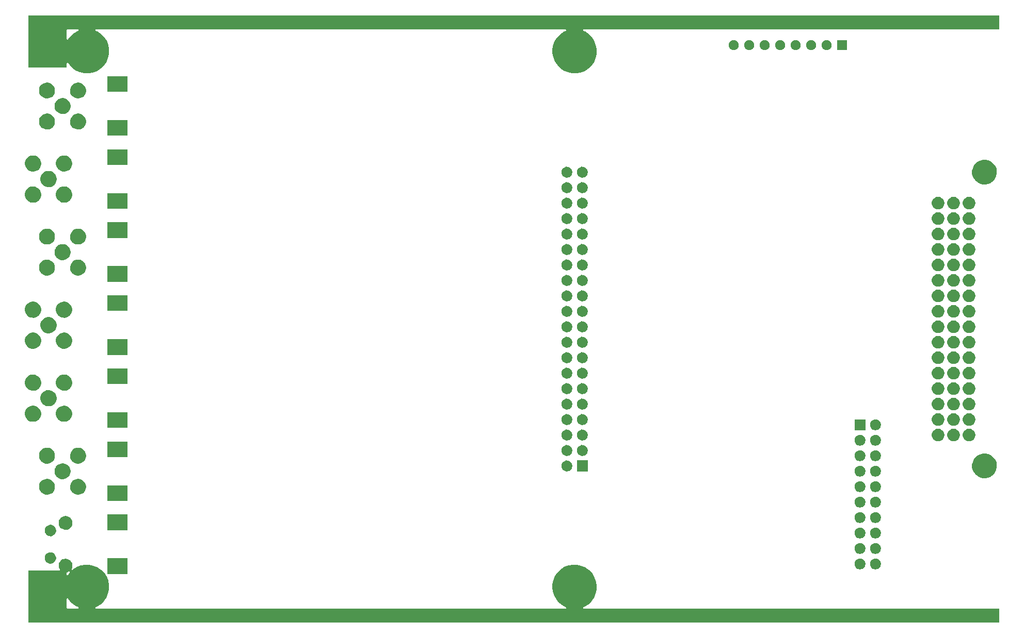
<source format=gbs>
G04 (created by PCBNEW (2013-07-07 BZR 4022)-stable) date 02/01/2014 11:01:47*
%MOIN*%
G04 Gerber Fmt 3.4, Leading zero omitted, Abs format*
%FSLAX34Y34*%
G01*
G70*
G90*
G04 APERTURE LIST*
%ADD10C,0.00590551*%
G04 APERTURE END LIST*
G54D10*
G36*
X20662Y-29263D02*
X20660Y-29373D01*
X20636Y-29480D01*
X20597Y-29567D01*
X20533Y-29657D01*
X20464Y-29723D01*
X20371Y-29782D01*
X20282Y-29817D01*
X20174Y-29836D01*
X20079Y-29834D01*
X19971Y-29810D01*
X19884Y-29772D01*
X19793Y-29709D01*
X19727Y-29641D01*
X19667Y-29548D01*
X19632Y-29460D01*
X19612Y-29350D01*
X19613Y-29256D01*
X19637Y-29147D01*
X19674Y-29060D01*
X19737Y-28969D01*
X19804Y-28903D01*
X19897Y-28842D01*
X19984Y-28806D01*
X20094Y-28786D01*
X20188Y-28786D01*
X20297Y-28809D01*
X20384Y-28845D01*
X20477Y-28908D01*
X20542Y-28974D01*
X20604Y-29067D01*
X20640Y-29154D01*
X20662Y-29263D01*
X20662Y-29263D01*
G37*
G36*
X20662Y-31271D02*
X20660Y-31381D01*
X20636Y-31488D01*
X20597Y-31575D01*
X20533Y-31665D01*
X20464Y-31731D01*
X20371Y-31790D01*
X20282Y-31825D01*
X20174Y-31844D01*
X20079Y-31842D01*
X19971Y-31818D01*
X19884Y-31780D01*
X19793Y-31717D01*
X19727Y-31649D01*
X19667Y-31556D01*
X19632Y-31468D01*
X19612Y-31358D01*
X19613Y-31264D01*
X19637Y-31155D01*
X19674Y-31068D01*
X19737Y-30977D01*
X19804Y-30911D01*
X19897Y-30850D01*
X19984Y-30814D01*
X20094Y-30794D01*
X20188Y-30794D01*
X20297Y-30817D01*
X20384Y-30853D01*
X20477Y-30916D01*
X20542Y-30982D01*
X20604Y-31075D01*
X20640Y-31162D01*
X20662Y-31271D01*
X20662Y-31271D01*
G37*
G36*
X20662Y-38711D02*
X20660Y-38822D01*
X20636Y-38929D01*
X20597Y-39016D01*
X20533Y-39106D01*
X20464Y-39172D01*
X20371Y-39231D01*
X20282Y-39265D01*
X20174Y-39285D01*
X20079Y-39283D01*
X19971Y-39259D01*
X19884Y-39221D01*
X19793Y-39158D01*
X19727Y-39090D01*
X19667Y-38996D01*
X19632Y-38908D01*
X19612Y-38799D01*
X19613Y-38705D01*
X19637Y-38596D01*
X19674Y-38509D01*
X19737Y-38417D01*
X19804Y-38352D01*
X19897Y-38291D01*
X19984Y-38255D01*
X20094Y-38234D01*
X20188Y-38235D01*
X20297Y-38258D01*
X20384Y-38294D01*
X20477Y-38356D01*
X20542Y-38423D01*
X20604Y-38516D01*
X20640Y-38602D01*
X20662Y-38711D01*
X20662Y-38711D01*
G37*
G36*
X20662Y-40719D02*
X20660Y-40830D01*
X20636Y-40937D01*
X20597Y-41024D01*
X20533Y-41114D01*
X20464Y-41180D01*
X20371Y-41239D01*
X20282Y-41273D01*
X20174Y-41293D01*
X20079Y-41291D01*
X19971Y-41267D01*
X19884Y-41229D01*
X19793Y-41166D01*
X19727Y-41098D01*
X19667Y-41004D01*
X19632Y-40916D01*
X19612Y-40807D01*
X19613Y-40713D01*
X19637Y-40604D01*
X19674Y-40517D01*
X19737Y-40425D01*
X19804Y-40360D01*
X19897Y-40299D01*
X19984Y-40263D01*
X20094Y-40242D01*
X20188Y-40243D01*
X20297Y-40266D01*
X20384Y-40302D01*
X20477Y-40364D01*
X20542Y-40431D01*
X20604Y-40524D01*
X20640Y-40610D01*
X20662Y-40719D01*
X20662Y-40719D01*
G37*
G36*
X20662Y-43436D02*
X20660Y-43546D01*
X20636Y-43653D01*
X20597Y-43741D01*
X20533Y-43831D01*
X20464Y-43896D01*
X20371Y-43955D01*
X20282Y-43990D01*
X20174Y-44009D01*
X20079Y-44007D01*
X19971Y-43983D01*
X19884Y-43945D01*
X19793Y-43882D01*
X19727Y-43814D01*
X19667Y-43721D01*
X19632Y-43633D01*
X19612Y-43524D01*
X19613Y-43429D01*
X19637Y-43320D01*
X19674Y-43234D01*
X19737Y-43142D01*
X19804Y-43076D01*
X19897Y-43015D01*
X19984Y-42980D01*
X20094Y-42959D01*
X20188Y-42959D01*
X20297Y-42982D01*
X20384Y-43018D01*
X20477Y-43081D01*
X20542Y-43147D01*
X20604Y-43241D01*
X20640Y-43327D01*
X20662Y-43436D01*
X20662Y-43436D01*
G37*
G36*
X20662Y-45444D02*
X20660Y-45554D01*
X20636Y-45661D01*
X20597Y-45749D01*
X20533Y-45839D01*
X20464Y-45904D01*
X20371Y-45963D01*
X20282Y-45998D01*
X20174Y-46017D01*
X20079Y-46015D01*
X19971Y-45991D01*
X19884Y-45953D01*
X19793Y-45890D01*
X19727Y-45822D01*
X19667Y-45729D01*
X19632Y-45641D01*
X19612Y-45532D01*
X19613Y-45437D01*
X19637Y-45328D01*
X19674Y-45242D01*
X19737Y-45150D01*
X19804Y-45084D01*
X19897Y-45023D01*
X19984Y-44988D01*
X20094Y-44967D01*
X20188Y-44967D01*
X20297Y-44990D01*
X20384Y-45026D01*
X20477Y-45089D01*
X20542Y-45155D01*
X20604Y-45249D01*
X20640Y-45335D01*
X20662Y-45444D01*
X20662Y-45444D01*
G37*
G36*
X21557Y-24539D02*
X21556Y-24647D01*
X21532Y-24752D01*
X21494Y-24838D01*
X21431Y-24926D01*
X21364Y-24991D01*
X21272Y-25049D01*
X21185Y-25083D01*
X21079Y-25101D01*
X20985Y-25099D01*
X20879Y-25076D01*
X20794Y-25039D01*
X20705Y-24977D01*
X20640Y-24910D01*
X20581Y-24819D01*
X20547Y-24732D01*
X20528Y-24625D01*
X20529Y-24533D01*
X20552Y-24426D01*
X20588Y-24341D01*
X20650Y-24251D01*
X20716Y-24186D01*
X20807Y-24126D01*
X20893Y-24092D01*
X21000Y-24071D01*
X21092Y-24072D01*
X21200Y-24094D01*
X21284Y-24129D01*
X21376Y-24191D01*
X21440Y-24256D01*
X21501Y-24348D01*
X21536Y-24432D01*
X21557Y-24539D01*
X21557Y-24539D01*
G37*
G36*
X21557Y-26547D02*
X21556Y-26655D01*
X21532Y-26760D01*
X21494Y-26846D01*
X21431Y-26934D01*
X21364Y-26999D01*
X21272Y-27057D01*
X21185Y-27091D01*
X21079Y-27109D01*
X20985Y-27107D01*
X20879Y-27084D01*
X20794Y-27047D01*
X20705Y-26985D01*
X20640Y-26918D01*
X20581Y-26827D01*
X20547Y-26740D01*
X20528Y-26633D01*
X20529Y-26541D01*
X20552Y-26434D01*
X20588Y-26349D01*
X20650Y-26259D01*
X20716Y-26194D01*
X20807Y-26134D01*
X20893Y-26100D01*
X21000Y-26079D01*
X21092Y-26080D01*
X21200Y-26102D01*
X21284Y-26137D01*
X21376Y-26199D01*
X21440Y-26264D01*
X21501Y-26356D01*
X21536Y-26440D01*
X21557Y-26547D01*
X21557Y-26547D01*
G37*
G36*
X21557Y-33988D02*
X21556Y-34096D01*
X21532Y-34201D01*
X21494Y-34287D01*
X21431Y-34375D01*
X21364Y-34440D01*
X21272Y-34498D01*
X21185Y-34531D01*
X21079Y-34550D01*
X20985Y-34548D01*
X20879Y-34525D01*
X20794Y-34488D01*
X20705Y-34426D01*
X20640Y-34359D01*
X20581Y-34267D01*
X20547Y-34181D01*
X20528Y-34074D01*
X20529Y-33981D01*
X20552Y-33875D01*
X20588Y-33790D01*
X20650Y-33699D01*
X20716Y-33635D01*
X20807Y-33575D01*
X20893Y-33541D01*
X21000Y-33520D01*
X21092Y-33521D01*
X21200Y-33543D01*
X21284Y-33578D01*
X21376Y-33640D01*
X21440Y-33705D01*
X21501Y-33797D01*
X21536Y-33881D01*
X21557Y-33988D01*
X21557Y-33988D01*
G37*
G36*
X21557Y-35996D02*
X21556Y-36104D01*
X21532Y-36209D01*
X21494Y-36295D01*
X21431Y-36383D01*
X21364Y-36448D01*
X21272Y-36506D01*
X21185Y-36539D01*
X21079Y-36558D01*
X20985Y-36556D01*
X20879Y-36533D01*
X20794Y-36496D01*
X20705Y-36434D01*
X20640Y-36367D01*
X20581Y-36275D01*
X20547Y-36189D01*
X20528Y-36082D01*
X20529Y-35989D01*
X20552Y-35883D01*
X20588Y-35798D01*
X20650Y-35707D01*
X20716Y-35643D01*
X20807Y-35583D01*
X20893Y-35549D01*
X21000Y-35528D01*
X21092Y-35529D01*
X21200Y-35551D01*
X21284Y-35586D01*
X21376Y-35648D01*
X21440Y-35713D01*
X21501Y-35805D01*
X21536Y-35889D01*
X21557Y-35996D01*
X21557Y-35996D01*
G37*
G36*
X21557Y-48161D02*
X21556Y-48269D01*
X21532Y-48375D01*
X21494Y-48460D01*
X21431Y-48548D01*
X21364Y-48613D01*
X21272Y-48671D01*
X21185Y-48705D01*
X21079Y-48723D01*
X20985Y-48721D01*
X20879Y-48698D01*
X20794Y-48661D01*
X20705Y-48599D01*
X20640Y-48532D01*
X20581Y-48441D01*
X20547Y-48354D01*
X20528Y-48247D01*
X20529Y-48155D01*
X20552Y-48048D01*
X20588Y-47963D01*
X20650Y-47873D01*
X20716Y-47808D01*
X20807Y-47748D01*
X20893Y-47714D01*
X21000Y-47693D01*
X21092Y-47694D01*
X21200Y-47716D01*
X21284Y-47751D01*
X21376Y-47813D01*
X21440Y-47878D01*
X21501Y-47970D01*
X21536Y-48054D01*
X21557Y-48161D01*
X21557Y-48161D01*
G37*
G36*
X21557Y-50169D02*
X21556Y-50277D01*
X21532Y-50383D01*
X21494Y-50468D01*
X21431Y-50556D01*
X21364Y-50621D01*
X21272Y-50679D01*
X21185Y-50713D01*
X21079Y-50731D01*
X20985Y-50729D01*
X20879Y-50706D01*
X20794Y-50669D01*
X20705Y-50607D01*
X20640Y-50540D01*
X20581Y-50449D01*
X20547Y-50362D01*
X20528Y-50255D01*
X20529Y-50163D01*
X20552Y-50056D01*
X20588Y-49971D01*
X20650Y-49881D01*
X20716Y-49816D01*
X20807Y-49756D01*
X20893Y-49722D01*
X21000Y-49701D01*
X21092Y-49702D01*
X21200Y-49724D01*
X21284Y-49759D01*
X21376Y-49821D01*
X21440Y-49886D01*
X21501Y-49978D01*
X21536Y-50062D01*
X21557Y-50169D01*
X21557Y-50169D01*
G37*
G36*
X21626Y-53018D02*
X21625Y-53093D01*
X21608Y-53170D01*
X21581Y-53229D01*
X21536Y-53294D01*
X21489Y-53339D01*
X21422Y-53381D01*
X21362Y-53404D01*
X21284Y-53418D01*
X21220Y-53417D01*
X21142Y-53400D01*
X21083Y-53374D01*
X21018Y-53328D01*
X20973Y-53282D01*
X20930Y-53215D01*
X20906Y-53156D01*
X20892Y-53077D01*
X20893Y-53014D01*
X20909Y-52935D01*
X20934Y-52877D01*
X20980Y-52810D01*
X21025Y-52766D01*
X21093Y-52722D01*
X21151Y-52698D01*
X21230Y-52683D01*
X21293Y-52684D01*
X21373Y-52700D01*
X21431Y-52724D01*
X21498Y-52770D01*
X21542Y-52814D01*
X21587Y-52882D01*
X21611Y-52939D01*
X21626Y-53018D01*
X21626Y-53018D01*
G37*
G36*
X21626Y-54790D02*
X21625Y-54865D01*
X21608Y-54942D01*
X21581Y-55001D01*
X21536Y-55066D01*
X21489Y-55111D01*
X21422Y-55153D01*
X21362Y-55176D01*
X21284Y-55190D01*
X21220Y-55189D01*
X21142Y-55172D01*
X21083Y-55146D01*
X21018Y-55100D01*
X20973Y-55054D01*
X20930Y-54987D01*
X20906Y-54928D01*
X20892Y-54849D01*
X20893Y-54786D01*
X20909Y-54707D01*
X20934Y-54649D01*
X20980Y-54582D01*
X21025Y-54538D01*
X21093Y-54494D01*
X21151Y-54470D01*
X21230Y-54455D01*
X21293Y-54456D01*
X21373Y-54472D01*
X21431Y-54496D01*
X21498Y-54542D01*
X21542Y-54586D01*
X21587Y-54654D01*
X21611Y-54711D01*
X21626Y-54790D01*
X21626Y-54790D01*
G37*
G36*
X21666Y-30267D02*
X21664Y-30377D01*
X21640Y-30484D01*
X21601Y-30571D01*
X21537Y-30661D01*
X21468Y-30727D01*
X21375Y-30786D01*
X21286Y-30821D01*
X21178Y-30840D01*
X21083Y-30838D01*
X20975Y-30814D01*
X20888Y-30776D01*
X20797Y-30713D01*
X20731Y-30645D01*
X20671Y-30552D01*
X20636Y-30464D01*
X20616Y-30354D01*
X20617Y-30260D01*
X20641Y-30151D01*
X20678Y-30064D01*
X20741Y-29973D01*
X20808Y-29907D01*
X20901Y-29846D01*
X20988Y-29810D01*
X21098Y-29790D01*
X21192Y-29790D01*
X21301Y-29813D01*
X21388Y-29849D01*
X21481Y-29912D01*
X21546Y-29978D01*
X21608Y-30071D01*
X21644Y-30158D01*
X21666Y-30267D01*
X21666Y-30267D01*
G37*
G36*
X21666Y-39715D02*
X21664Y-39826D01*
X21640Y-39933D01*
X21601Y-40020D01*
X21537Y-40110D01*
X21468Y-40176D01*
X21375Y-40235D01*
X21286Y-40269D01*
X21178Y-40289D01*
X21083Y-40287D01*
X20975Y-40263D01*
X20888Y-40225D01*
X20797Y-40162D01*
X20731Y-40094D01*
X20671Y-40000D01*
X20636Y-39912D01*
X20616Y-39803D01*
X20617Y-39709D01*
X20641Y-39600D01*
X20678Y-39513D01*
X20741Y-39421D01*
X20808Y-39356D01*
X20901Y-39295D01*
X20988Y-39259D01*
X21098Y-39238D01*
X21192Y-39239D01*
X21301Y-39262D01*
X21388Y-39298D01*
X21481Y-39360D01*
X21546Y-39427D01*
X21608Y-39520D01*
X21644Y-39606D01*
X21666Y-39715D01*
X21666Y-39715D01*
G37*
G36*
X21666Y-44440D02*
X21664Y-44550D01*
X21640Y-44657D01*
X21601Y-44745D01*
X21537Y-44835D01*
X21468Y-44900D01*
X21375Y-44959D01*
X21286Y-44994D01*
X21178Y-45013D01*
X21083Y-45011D01*
X20975Y-44987D01*
X20888Y-44949D01*
X20797Y-44886D01*
X20731Y-44818D01*
X20671Y-44725D01*
X20636Y-44637D01*
X20616Y-44528D01*
X20617Y-44433D01*
X20641Y-44324D01*
X20678Y-44238D01*
X20741Y-44146D01*
X20808Y-44080D01*
X20901Y-44019D01*
X20988Y-43984D01*
X21098Y-43963D01*
X21192Y-43963D01*
X21301Y-43986D01*
X21388Y-44022D01*
X21481Y-44085D01*
X21546Y-44151D01*
X21608Y-44245D01*
X21644Y-44331D01*
X21666Y-44440D01*
X21666Y-44440D01*
G37*
G36*
X22561Y-25543D02*
X22560Y-25651D01*
X22536Y-25756D01*
X22498Y-25842D01*
X22435Y-25930D01*
X22368Y-25995D01*
X22276Y-26053D01*
X22189Y-26087D01*
X22083Y-26105D01*
X21989Y-26103D01*
X21883Y-26080D01*
X21798Y-26043D01*
X21709Y-25981D01*
X21644Y-25914D01*
X21585Y-25823D01*
X21551Y-25736D01*
X21532Y-25629D01*
X21533Y-25537D01*
X21556Y-25430D01*
X21592Y-25345D01*
X21654Y-25255D01*
X21720Y-25190D01*
X21811Y-25130D01*
X21897Y-25096D01*
X22004Y-25075D01*
X22096Y-25076D01*
X22204Y-25098D01*
X22288Y-25133D01*
X22380Y-25195D01*
X22444Y-25260D01*
X22505Y-25352D01*
X22540Y-25436D01*
X22561Y-25543D01*
X22561Y-25543D01*
G37*
G36*
X22561Y-34992D02*
X22560Y-35100D01*
X22536Y-35205D01*
X22498Y-35291D01*
X22435Y-35379D01*
X22368Y-35444D01*
X22276Y-35502D01*
X22189Y-35535D01*
X22083Y-35554D01*
X21989Y-35552D01*
X21883Y-35529D01*
X21798Y-35492D01*
X21709Y-35430D01*
X21644Y-35363D01*
X21585Y-35271D01*
X21551Y-35185D01*
X21532Y-35078D01*
X21533Y-34985D01*
X21556Y-34879D01*
X21592Y-34794D01*
X21654Y-34703D01*
X21720Y-34639D01*
X21811Y-34579D01*
X21897Y-34545D01*
X22004Y-34524D01*
X22096Y-34525D01*
X22204Y-34547D01*
X22288Y-34582D01*
X22380Y-34644D01*
X22444Y-34709D01*
X22505Y-34801D01*
X22540Y-34885D01*
X22561Y-34992D01*
X22561Y-34992D01*
G37*
G36*
X22561Y-49165D02*
X22560Y-49273D01*
X22536Y-49379D01*
X22498Y-49464D01*
X22435Y-49552D01*
X22368Y-49617D01*
X22276Y-49675D01*
X22189Y-49709D01*
X22083Y-49727D01*
X21989Y-49725D01*
X21883Y-49702D01*
X21798Y-49665D01*
X21709Y-49603D01*
X21644Y-49536D01*
X21585Y-49445D01*
X21551Y-49358D01*
X21532Y-49251D01*
X21533Y-49159D01*
X21556Y-49052D01*
X21592Y-48967D01*
X21654Y-48877D01*
X21720Y-48812D01*
X21811Y-48752D01*
X21897Y-48718D01*
X22004Y-48697D01*
X22096Y-48698D01*
X22204Y-48720D01*
X22288Y-48755D01*
X22380Y-48817D01*
X22444Y-48882D01*
X22505Y-48974D01*
X22540Y-49058D01*
X22561Y-49165D01*
X22561Y-49165D01*
G37*
G36*
X22670Y-29263D02*
X22668Y-29373D01*
X22644Y-29480D01*
X22605Y-29567D01*
X22541Y-29657D01*
X22472Y-29723D01*
X22379Y-29782D01*
X22290Y-29817D01*
X22182Y-29836D01*
X22087Y-29834D01*
X21979Y-29810D01*
X21892Y-29772D01*
X21801Y-29709D01*
X21735Y-29641D01*
X21675Y-29548D01*
X21640Y-29460D01*
X21620Y-29350D01*
X21621Y-29256D01*
X21645Y-29147D01*
X21682Y-29060D01*
X21745Y-28969D01*
X21812Y-28903D01*
X21905Y-28842D01*
X21992Y-28806D01*
X22102Y-28786D01*
X22196Y-28786D01*
X22305Y-28809D01*
X22392Y-28845D01*
X22485Y-28908D01*
X22550Y-28974D01*
X22612Y-29067D01*
X22648Y-29154D01*
X22670Y-29263D01*
X22670Y-29263D01*
G37*
G36*
X22670Y-31271D02*
X22668Y-31381D01*
X22644Y-31488D01*
X22605Y-31575D01*
X22541Y-31665D01*
X22472Y-31731D01*
X22379Y-31790D01*
X22290Y-31825D01*
X22182Y-31844D01*
X22087Y-31842D01*
X21979Y-31818D01*
X21892Y-31780D01*
X21801Y-31717D01*
X21735Y-31649D01*
X21675Y-31556D01*
X21640Y-31468D01*
X21620Y-31358D01*
X21621Y-31264D01*
X21645Y-31155D01*
X21682Y-31068D01*
X21745Y-30977D01*
X21812Y-30911D01*
X21905Y-30850D01*
X21992Y-30814D01*
X22102Y-30794D01*
X22196Y-30794D01*
X22305Y-30817D01*
X22392Y-30853D01*
X22485Y-30916D01*
X22550Y-30982D01*
X22612Y-31075D01*
X22648Y-31162D01*
X22670Y-31271D01*
X22670Y-31271D01*
G37*
G36*
X22670Y-38711D02*
X22668Y-38822D01*
X22644Y-38929D01*
X22605Y-39016D01*
X22541Y-39106D01*
X22472Y-39172D01*
X22379Y-39231D01*
X22290Y-39265D01*
X22182Y-39285D01*
X22087Y-39283D01*
X21979Y-39259D01*
X21892Y-39221D01*
X21801Y-39158D01*
X21735Y-39090D01*
X21675Y-38996D01*
X21640Y-38908D01*
X21620Y-38799D01*
X21621Y-38705D01*
X21645Y-38596D01*
X21682Y-38509D01*
X21745Y-38417D01*
X21812Y-38352D01*
X21905Y-38291D01*
X21992Y-38255D01*
X22102Y-38234D01*
X22196Y-38235D01*
X22305Y-38258D01*
X22392Y-38294D01*
X22485Y-38356D01*
X22550Y-38423D01*
X22612Y-38516D01*
X22648Y-38602D01*
X22670Y-38711D01*
X22670Y-38711D01*
G37*
G36*
X22670Y-40719D02*
X22668Y-40830D01*
X22644Y-40937D01*
X22605Y-41024D01*
X22541Y-41114D01*
X22472Y-41180D01*
X22379Y-41239D01*
X22290Y-41273D01*
X22182Y-41293D01*
X22087Y-41291D01*
X21979Y-41267D01*
X21892Y-41229D01*
X21801Y-41166D01*
X21735Y-41098D01*
X21675Y-41004D01*
X21640Y-40916D01*
X21620Y-40807D01*
X21621Y-40713D01*
X21645Y-40604D01*
X21682Y-40517D01*
X21745Y-40425D01*
X21812Y-40360D01*
X21905Y-40299D01*
X21992Y-40263D01*
X22102Y-40242D01*
X22196Y-40243D01*
X22305Y-40266D01*
X22392Y-40302D01*
X22485Y-40364D01*
X22550Y-40431D01*
X22612Y-40524D01*
X22648Y-40610D01*
X22670Y-40719D01*
X22670Y-40719D01*
G37*
G36*
X22670Y-43436D02*
X22668Y-43546D01*
X22644Y-43653D01*
X22605Y-43741D01*
X22541Y-43831D01*
X22472Y-43896D01*
X22379Y-43955D01*
X22290Y-43990D01*
X22182Y-44009D01*
X22087Y-44007D01*
X21979Y-43983D01*
X21892Y-43945D01*
X21801Y-43882D01*
X21735Y-43814D01*
X21675Y-43721D01*
X21640Y-43633D01*
X21620Y-43524D01*
X21621Y-43429D01*
X21645Y-43320D01*
X21682Y-43234D01*
X21745Y-43142D01*
X21812Y-43076D01*
X21905Y-43015D01*
X21992Y-42980D01*
X22102Y-42959D01*
X22196Y-42959D01*
X22305Y-42982D01*
X22392Y-43018D01*
X22485Y-43081D01*
X22550Y-43147D01*
X22612Y-43241D01*
X22648Y-43327D01*
X22670Y-43436D01*
X22670Y-43436D01*
G37*
G36*
X22670Y-45444D02*
X22668Y-45554D01*
X22644Y-45661D01*
X22605Y-45749D01*
X22541Y-45839D01*
X22472Y-45904D01*
X22379Y-45963D01*
X22290Y-45998D01*
X22182Y-46017D01*
X22087Y-46015D01*
X21979Y-45991D01*
X21892Y-45953D01*
X21801Y-45890D01*
X21735Y-45822D01*
X21675Y-45729D01*
X21640Y-45641D01*
X21620Y-45532D01*
X21621Y-45437D01*
X21645Y-45328D01*
X21682Y-45242D01*
X21745Y-45150D01*
X21812Y-45084D01*
X21905Y-45023D01*
X21992Y-44988D01*
X22102Y-44967D01*
X22196Y-44967D01*
X22305Y-44990D01*
X22392Y-45026D01*
X22485Y-45089D01*
X22550Y-45155D01*
X22612Y-45249D01*
X22648Y-45335D01*
X22670Y-45444D01*
X22670Y-45444D01*
G37*
G36*
X22685Y-52518D02*
X22683Y-52611D01*
X22663Y-52703D01*
X22630Y-52776D01*
X22575Y-52853D01*
X22518Y-52909D01*
X22438Y-52959D01*
X22363Y-52988D01*
X22270Y-53005D01*
X22190Y-53003D01*
X22097Y-52983D01*
X22025Y-52951D01*
X21946Y-52897D01*
X21891Y-52839D01*
X21840Y-52759D01*
X21811Y-52686D01*
X21793Y-52592D01*
X21794Y-52513D01*
X21814Y-52419D01*
X21845Y-52347D01*
X21900Y-52268D01*
X21956Y-52213D01*
X22036Y-52160D01*
X22109Y-52131D01*
X22203Y-52113D01*
X22282Y-52113D01*
X22376Y-52133D01*
X22448Y-52163D01*
X22528Y-52217D01*
X22583Y-52272D01*
X22637Y-52353D01*
X22666Y-52425D01*
X22685Y-52518D01*
X22685Y-52518D01*
G37*
G36*
X23565Y-24539D02*
X23564Y-24647D01*
X23540Y-24752D01*
X23502Y-24838D01*
X23439Y-24926D01*
X23372Y-24991D01*
X23280Y-25049D01*
X23193Y-25083D01*
X23087Y-25101D01*
X22993Y-25099D01*
X22887Y-25076D01*
X22802Y-25039D01*
X22713Y-24977D01*
X22648Y-24910D01*
X22589Y-24819D01*
X22555Y-24732D01*
X22536Y-24625D01*
X22537Y-24533D01*
X22560Y-24426D01*
X22596Y-24341D01*
X22658Y-24251D01*
X22724Y-24186D01*
X22815Y-24126D01*
X22901Y-24092D01*
X23008Y-24071D01*
X23100Y-24072D01*
X23208Y-24094D01*
X23292Y-24129D01*
X23384Y-24191D01*
X23448Y-24256D01*
X23509Y-24348D01*
X23544Y-24432D01*
X23565Y-24539D01*
X23565Y-24539D01*
G37*
G36*
X23565Y-26547D02*
X23564Y-26655D01*
X23540Y-26760D01*
X23502Y-26846D01*
X23439Y-26934D01*
X23372Y-26999D01*
X23280Y-27057D01*
X23193Y-27091D01*
X23087Y-27109D01*
X22993Y-27107D01*
X22887Y-27084D01*
X22802Y-27047D01*
X22713Y-26985D01*
X22648Y-26918D01*
X22589Y-26827D01*
X22555Y-26740D01*
X22536Y-26633D01*
X22537Y-26541D01*
X22560Y-26434D01*
X22596Y-26349D01*
X22658Y-26259D01*
X22724Y-26194D01*
X22815Y-26134D01*
X22901Y-26100D01*
X23008Y-26079D01*
X23100Y-26080D01*
X23208Y-26102D01*
X23292Y-26137D01*
X23384Y-26199D01*
X23448Y-26264D01*
X23509Y-26356D01*
X23544Y-26440D01*
X23565Y-26547D01*
X23565Y-26547D01*
G37*
G36*
X23565Y-33988D02*
X23564Y-34096D01*
X23540Y-34201D01*
X23502Y-34287D01*
X23439Y-34375D01*
X23372Y-34440D01*
X23280Y-34498D01*
X23193Y-34531D01*
X23087Y-34550D01*
X22993Y-34548D01*
X22887Y-34525D01*
X22802Y-34488D01*
X22713Y-34426D01*
X22648Y-34359D01*
X22589Y-34267D01*
X22555Y-34181D01*
X22536Y-34074D01*
X22537Y-33981D01*
X22560Y-33875D01*
X22596Y-33790D01*
X22658Y-33699D01*
X22724Y-33635D01*
X22815Y-33575D01*
X22901Y-33541D01*
X23008Y-33520D01*
X23100Y-33521D01*
X23208Y-33543D01*
X23292Y-33578D01*
X23384Y-33640D01*
X23448Y-33705D01*
X23509Y-33797D01*
X23544Y-33881D01*
X23565Y-33988D01*
X23565Y-33988D01*
G37*
G36*
X23565Y-35996D02*
X23564Y-36104D01*
X23540Y-36209D01*
X23502Y-36295D01*
X23439Y-36383D01*
X23372Y-36448D01*
X23280Y-36506D01*
X23193Y-36539D01*
X23087Y-36558D01*
X22993Y-36556D01*
X22887Y-36533D01*
X22802Y-36496D01*
X22713Y-36434D01*
X22648Y-36367D01*
X22589Y-36275D01*
X22555Y-36189D01*
X22536Y-36082D01*
X22537Y-35989D01*
X22560Y-35883D01*
X22596Y-35798D01*
X22658Y-35707D01*
X22724Y-35643D01*
X22815Y-35583D01*
X22901Y-35549D01*
X23008Y-35528D01*
X23100Y-35529D01*
X23208Y-35551D01*
X23292Y-35586D01*
X23384Y-35648D01*
X23448Y-35713D01*
X23509Y-35805D01*
X23544Y-35889D01*
X23565Y-35996D01*
X23565Y-35996D01*
G37*
G36*
X23565Y-48161D02*
X23564Y-48269D01*
X23540Y-48375D01*
X23502Y-48460D01*
X23439Y-48548D01*
X23372Y-48613D01*
X23280Y-48671D01*
X23193Y-48705D01*
X23087Y-48723D01*
X22993Y-48721D01*
X22887Y-48698D01*
X22802Y-48661D01*
X22713Y-48599D01*
X22648Y-48532D01*
X22589Y-48441D01*
X22555Y-48354D01*
X22536Y-48247D01*
X22537Y-48155D01*
X22560Y-48048D01*
X22596Y-47963D01*
X22658Y-47873D01*
X22724Y-47808D01*
X22815Y-47748D01*
X22901Y-47714D01*
X23008Y-47693D01*
X23100Y-47694D01*
X23208Y-47716D01*
X23292Y-47751D01*
X23384Y-47813D01*
X23448Y-47878D01*
X23509Y-47970D01*
X23544Y-48054D01*
X23565Y-48161D01*
X23565Y-48161D01*
G37*
G36*
X23565Y-50169D02*
X23564Y-50277D01*
X23540Y-50383D01*
X23502Y-50468D01*
X23439Y-50556D01*
X23372Y-50621D01*
X23280Y-50679D01*
X23193Y-50713D01*
X23087Y-50731D01*
X22993Y-50729D01*
X22887Y-50706D01*
X22802Y-50669D01*
X22713Y-50607D01*
X22648Y-50540D01*
X22589Y-50449D01*
X22555Y-50362D01*
X22536Y-50255D01*
X22537Y-50163D01*
X22560Y-50056D01*
X22596Y-49971D01*
X22658Y-49881D01*
X22724Y-49816D01*
X22815Y-49756D01*
X22901Y-49722D01*
X23008Y-49701D01*
X23100Y-49702D01*
X23208Y-49724D01*
X23292Y-49759D01*
X23384Y-49821D01*
X23448Y-49886D01*
X23509Y-49978D01*
X23544Y-50062D01*
X23565Y-50169D01*
X23565Y-50169D01*
G37*
G36*
X26233Y-24678D02*
X24947Y-24678D01*
X24947Y-23668D01*
X26233Y-23668D01*
X26233Y-24678D01*
X26233Y-24678D01*
G37*
G36*
X26233Y-27512D02*
X24947Y-27512D01*
X24947Y-26502D01*
X26233Y-26502D01*
X26233Y-27512D01*
X26233Y-27512D01*
G37*
G36*
X26233Y-29403D02*
X24947Y-29403D01*
X24947Y-28392D01*
X26233Y-28392D01*
X26233Y-29403D01*
X26233Y-29403D01*
G37*
G36*
X26233Y-32237D02*
X24947Y-32237D01*
X24947Y-31226D01*
X26233Y-31226D01*
X26233Y-32237D01*
X26233Y-32237D01*
G37*
G36*
X26233Y-34127D02*
X24947Y-34127D01*
X24947Y-33117D01*
X26233Y-33117D01*
X26233Y-34127D01*
X26233Y-34127D01*
G37*
G36*
X26233Y-36961D02*
X24947Y-36961D01*
X24947Y-35951D01*
X26233Y-35951D01*
X26233Y-36961D01*
X26233Y-36961D01*
G37*
G36*
X26233Y-38851D02*
X24947Y-38851D01*
X24947Y-37841D01*
X26233Y-37841D01*
X26233Y-38851D01*
X26233Y-38851D01*
G37*
G36*
X26233Y-41685D02*
X24947Y-41685D01*
X24947Y-40675D01*
X26233Y-40675D01*
X26233Y-41685D01*
X26233Y-41685D01*
G37*
G36*
X26233Y-43576D02*
X24947Y-43576D01*
X24947Y-42566D01*
X26233Y-42566D01*
X26233Y-43576D01*
X26233Y-43576D01*
G37*
G36*
X26233Y-46410D02*
X24947Y-46410D01*
X24947Y-45400D01*
X26233Y-45400D01*
X26233Y-46410D01*
X26233Y-46410D01*
G37*
G36*
X26233Y-48300D02*
X24947Y-48300D01*
X24947Y-47290D01*
X26233Y-47290D01*
X26233Y-48300D01*
X26233Y-48300D01*
G37*
G36*
X26233Y-51134D02*
X24947Y-51134D01*
X24947Y-50124D01*
X26233Y-50124D01*
X26233Y-51134D01*
X26233Y-51134D01*
G37*
G36*
X26233Y-53025D02*
X24947Y-53025D01*
X24947Y-52014D01*
X26233Y-52014D01*
X26233Y-53025D01*
X26233Y-53025D01*
G37*
G36*
X26233Y-55859D02*
X24947Y-55859D01*
X24947Y-54848D01*
X26233Y-54848D01*
X26233Y-55859D01*
X26233Y-55859D01*
G37*
G36*
X54970Y-29839D02*
X54969Y-29910D01*
X54952Y-29984D01*
X54927Y-30041D01*
X54883Y-30103D01*
X54838Y-30146D01*
X54774Y-30187D01*
X54716Y-30209D01*
X54641Y-30222D01*
X54580Y-30221D01*
X54505Y-30204D01*
X54449Y-30180D01*
X54386Y-30136D01*
X54343Y-30092D01*
X54302Y-30027D01*
X54279Y-29971D01*
X54265Y-29895D01*
X54266Y-29834D01*
X54282Y-29759D01*
X54306Y-29703D01*
X54350Y-29639D01*
X54393Y-29597D01*
X54458Y-29554D01*
X54514Y-29532D01*
X54590Y-29517D01*
X54650Y-29518D01*
X54726Y-29533D01*
X54782Y-29557D01*
X54846Y-29600D01*
X54888Y-29643D01*
X54932Y-29708D01*
X54955Y-29763D01*
X54970Y-29839D01*
X54970Y-29839D01*
G37*
G36*
X54970Y-30839D02*
X54969Y-30910D01*
X54952Y-30984D01*
X54927Y-31041D01*
X54883Y-31103D01*
X54838Y-31146D01*
X54774Y-31187D01*
X54716Y-31209D01*
X54641Y-31222D01*
X54580Y-31221D01*
X54505Y-31204D01*
X54449Y-31180D01*
X54386Y-31136D01*
X54343Y-31092D01*
X54302Y-31027D01*
X54279Y-30971D01*
X54265Y-30895D01*
X54266Y-30834D01*
X54282Y-30759D01*
X54306Y-30703D01*
X54350Y-30639D01*
X54393Y-30597D01*
X54458Y-30554D01*
X54514Y-30532D01*
X54590Y-30517D01*
X54650Y-30518D01*
X54726Y-30533D01*
X54782Y-30557D01*
X54846Y-30600D01*
X54888Y-30643D01*
X54932Y-30708D01*
X54955Y-30763D01*
X54970Y-30839D01*
X54970Y-30839D01*
G37*
G36*
X54970Y-31839D02*
X54969Y-31910D01*
X54952Y-31984D01*
X54927Y-32041D01*
X54883Y-32103D01*
X54838Y-32146D01*
X54774Y-32187D01*
X54716Y-32209D01*
X54641Y-32222D01*
X54580Y-32221D01*
X54505Y-32204D01*
X54449Y-32180D01*
X54386Y-32136D01*
X54343Y-32092D01*
X54302Y-32027D01*
X54279Y-31971D01*
X54265Y-31895D01*
X54266Y-31834D01*
X54282Y-31759D01*
X54306Y-31703D01*
X54350Y-31639D01*
X54393Y-31597D01*
X54458Y-31554D01*
X54514Y-31532D01*
X54590Y-31517D01*
X54650Y-31518D01*
X54726Y-31533D01*
X54782Y-31557D01*
X54846Y-31600D01*
X54888Y-31643D01*
X54932Y-31708D01*
X54955Y-31763D01*
X54970Y-31839D01*
X54970Y-31839D01*
G37*
G36*
X54970Y-32839D02*
X54969Y-32910D01*
X54952Y-32984D01*
X54927Y-33041D01*
X54883Y-33103D01*
X54838Y-33146D01*
X54774Y-33187D01*
X54716Y-33209D01*
X54641Y-33222D01*
X54580Y-33221D01*
X54505Y-33204D01*
X54449Y-33180D01*
X54386Y-33136D01*
X54343Y-33092D01*
X54302Y-33027D01*
X54279Y-32971D01*
X54265Y-32895D01*
X54266Y-32834D01*
X54282Y-32759D01*
X54306Y-32703D01*
X54350Y-32639D01*
X54393Y-32597D01*
X54458Y-32554D01*
X54514Y-32532D01*
X54590Y-32517D01*
X54650Y-32518D01*
X54726Y-32533D01*
X54782Y-32557D01*
X54846Y-32600D01*
X54888Y-32643D01*
X54932Y-32708D01*
X54955Y-32763D01*
X54970Y-32839D01*
X54970Y-32839D01*
G37*
G36*
X54970Y-33839D02*
X54969Y-33910D01*
X54952Y-33984D01*
X54927Y-34041D01*
X54883Y-34103D01*
X54838Y-34146D01*
X54774Y-34187D01*
X54716Y-34209D01*
X54641Y-34222D01*
X54580Y-34221D01*
X54505Y-34204D01*
X54449Y-34180D01*
X54386Y-34136D01*
X54343Y-34092D01*
X54302Y-34027D01*
X54279Y-33971D01*
X54265Y-33895D01*
X54266Y-33834D01*
X54282Y-33759D01*
X54306Y-33703D01*
X54350Y-33639D01*
X54393Y-33597D01*
X54458Y-33554D01*
X54514Y-33532D01*
X54590Y-33517D01*
X54650Y-33518D01*
X54726Y-33533D01*
X54782Y-33557D01*
X54846Y-33600D01*
X54888Y-33643D01*
X54932Y-33708D01*
X54955Y-33763D01*
X54970Y-33839D01*
X54970Y-33839D01*
G37*
G36*
X54970Y-34839D02*
X54969Y-34910D01*
X54952Y-34984D01*
X54927Y-35041D01*
X54883Y-35103D01*
X54838Y-35146D01*
X54774Y-35187D01*
X54716Y-35209D01*
X54641Y-35222D01*
X54580Y-35221D01*
X54505Y-35204D01*
X54449Y-35180D01*
X54386Y-35136D01*
X54343Y-35092D01*
X54302Y-35027D01*
X54279Y-34971D01*
X54265Y-34895D01*
X54266Y-34834D01*
X54282Y-34759D01*
X54306Y-34703D01*
X54350Y-34639D01*
X54393Y-34597D01*
X54458Y-34554D01*
X54514Y-34532D01*
X54590Y-34517D01*
X54650Y-34518D01*
X54726Y-34533D01*
X54782Y-34557D01*
X54846Y-34600D01*
X54888Y-34643D01*
X54932Y-34708D01*
X54955Y-34763D01*
X54970Y-34839D01*
X54970Y-34839D01*
G37*
G36*
X54970Y-35839D02*
X54969Y-35910D01*
X54952Y-35984D01*
X54927Y-36041D01*
X54883Y-36103D01*
X54838Y-36146D01*
X54774Y-36187D01*
X54716Y-36209D01*
X54641Y-36222D01*
X54580Y-36221D01*
X54505Y-36204D01*
X54449Y-36180D01*
X54386Y-36136D01*
X54343Y-36092D01*
X54302Y-36027D01*
X54279Y-35971D01*
X54265Y-35895D01*
X54266Y-35834D01*
X54282Y-35759D01*
X54306Y-35703D01*
X54350Y-35639D01*
X54393Y-35597D01*
X54458Y-35554D01*
X54514Y-35532D01*
X54590Y-35517D01*
X54650Y-35518D01*
X54726Y-35533D01*
X54782Y-35557D01*
X54846Y-35600D01*
X54888Y-35643D01*
X54932Y-35708D01*
X54955Y-35763D01*
X54970Y-35839D01*
X54970Y-35839D01*
G37*
G36*
X54970Y-36839D02*
X54969Y-36910D01*
X54952Y-36984D01*
X54927Y-37041D01*
X54883Y-37103D01*
X54838Y-37146D01*
X54774Y-37187D01*
X54716Y-37209D01*
X54641Y-37222D01*
X54580Y-37221D01*
X54505Y-37204D01*
X54449Y-37180D01*
X54386Y-37136D01*
X54343Y-37092D01*
X54302Y-37027D01*
X54279Y-36971D01*
X54265Y-36895D01*
X54266Y-36834D01*
X54282Y-36759D01*
X54306Y-36703D01*
X54350Y-36639D01*
X54393Y-36597D01*
X54458Y-36554D01*
X54514Y-36532D01*
X54590Y-36517D01*
X54650Y-36518D01*
X54726Y-36533D01*
X54782Y-36557D01*
X54846Y-36600D01*
X54888Y-36643D01*
X54932Y-36708D01*
X54955Y-36763D01*
X54970Y-36839D01*
X54970Y-36839D01*
G37*
G36*
X54970Y-37839D02*
X54969Y-37910D01*
X54952Y-37984D01*
X54927Y-38041D01*
X54883Y-38103D01*
X54838Y-38146D01*
X54774Y-38187D01*
X54716Y-38209D01*
X54641Y-38222D01*
X54580Y-38221D01*
X54505Y-38204D01*
X54449Y-38180D01*
X54386Y-38136D01*
X54343Y-38092D01*
X54302Y-38027D01*
X54279Y-37971D01*
X54265Y-37895D01*
X54266Y-37834D01*
X54282Y-37759D01*
X54306Y-37703D01*
X54350Y-37639D01*
X54393Y-37597D01*
X54458Y-37554D01*
X54514Y-37532D01*
X54590Y-37517D01*
X54650Y-37518D01*
X54726Y-37533D01*
X54782Y-37557D01*
X54846Y-37600D01*
X54888Y-37643D01*
X54932Y-37708D01*
X54955Y-37763D01*
X54970Y-37839D01*
X54970Y-37839D01*
G37*
G36*
X54970Y-38839D02*
X54969Y-38910D01*
X54952Y-38984D01*
X54927Y-39041D01*
X54883Y-39103D01*
X54838Y-39146D01*
X54774Y-39187D01*
X54716Y-39209D01*
X54641Y-39222D01*
X54580Y-39221D01*
X54505Y-39204D01*
X54449Y-39180D01*
X54386Y-39136D01*
X54343Y-39092D01*
X54302Y-39027D01*
X54279Y-38971D01*
X54265Y-38895D01*
X54266Y-38834D01*
X54282Y-38759D01*
X54306Y-38703D01*
X54350Y-38639D01*
X54393Y-38597D01*
X54458Y-38554D01*
X54514Y-38532D01*
X54590Y-38517D01*
X54650Y-38518D01*
X54726Y-38533D01*
X54782Y-38557D01*
X54846Y-38600D01*
X54888Y-38643D01*
X54932Y-38708D01*
X54955Y-38763D01*
X54970Y-38839D01*
X54970Y-38839D01*
G37*
G36*
X54970Y-39839D02*
X54969Y-39910D01*
X54952Y-39984D01*
X54927Y-40041D01*
X54883Y-40103D01*
X54838Y-40146D01*
X54774Y-40187D01*
X54716Y-40209D01*
X54641Y-40222D01*
X54580Y-40221D01*
X54505Y-40204D01*
X54449Y-40180D01*
X54386Y-40136D01*
X54343Y-40092D01*
X54302Y-40027D01*
X54279Y-39971D01*
X54265Y-39895D01*
X54266Y-39834D01*
X54282Y-39759D01*
X54306Y-39703D01*
X54350Y-39639D01*
X54393Y-39597D01*
X54458Y-39554D01*
X54514Y-39532D01*
X54590Y-39517D01*
X54650Y-39518D01*
X54726Y-39533D01*
X54782Y-39557D01*
X54846Y-39600D01*
X54888Y-39643D01*
X54932Y-39708D01*
X54955Y-39763D01*
X54970Y-39839D01*
X54970Y-39839D01*
G37*
G36*
X54970Y-40839D02*
X54969Y-40910D01*
X54952Y-40984D01*
X54927Y-41041D01*
X54883Y-41103D01*
X54838Y-41146D01*
X54774Y-41187D01*
X54716Y-41209D01*
X54641Y-41222D01*
X54580Y-41221D01*
X54505Y-41204D01*
X54449Y-41180D01*
X54386Y-41136D01*
X54343Y-41092D01*
X54302Y-41027D01*
X54279Y-40971D01*
X54265Y-40895D01*
X54266Y-40834D01*
X54282Y-40759D01*
X54306Y-40703D01*
X54350Y-40639D01*
X54393Y-40597D01*
X54458Y-40554D01*
X54514Y-40532D01*
X54590Y-40517D01*
X54650Y-40518D01*
X54726Y-40533D01*
X54782Y-40557D01*
X54846Y-40600D01*
X54888Y-40643D01*
X54932Y-40708D01*
X54955Y-40763D01*
X54970Y-40839D01*
X54970Y-40839D01*
G37*
G36*
X54970Y-41839D02*
X54969Y-41910D01*
X54952Y-41984D01*
X54927Y-42041D01*
X54883Y-42103D01*
X54838Y-42146D01*
X54774Y-42187D01*
X54716Y-42209D01*
X54641Y-42222D01*
X54580Y-42221D01*
X54505Y-42204D01*
X54449Y-42180D01*
X54386Y-42136D01*
X54343Y-42092D01*
X54302Y-42027D01*
X54279Y-41971D01*
X54265Y-41895D01*
X54266Y-41834D01*
X54282Y-41759D01*
X54306Y-41703D01*
X54350Y-41639D01*
X54393Y-41597D01*
X54458Y-41554D01*
X54514Y-41532D01*
X54590Y-41517D01*
X54650Y-41518D01*
X54726Y-41533D01*
X54782Y-41557D01*
X54846Y-41600D01*
X54888Y-41643D01*
X54932Y-41708D01*
X54955Y-41763D01*
X54970Y-41839D01*
X54970Y-41839D01*
G37*
G36*
X54970Y-42839D02*
X54969Y-42910D01*
X54952Y-42984D01*
X54927Y-43041D01*
X54883Y-43103D01*
X54838Y-43146D01*
X54774Y-43187D01*
X54716Y-43209D01*
X54641Y-43222D01*
X54580Y-43221D01*
X54505Y-43204D01*
X54449Y-43180D01*
X54386Y-43136D01*
X54343Y-43092D01*
X54302Y-43027D01*
X54279Y-42971D01*
X54265Y-42895D01*
X54266Y-42834D01*
X54282Y-42759D01*
X54306Y-42703D01*
X54350Y-42639D01*
X54393Y-42597D01*
X54458Y-42554D01*
X54514Y-42532D01*
X54590Y-42517D01*
X54650Y-42518D01*
X54726Y-42533D01*
X54782Y-42557D01*
X54846Y-42600D01*
X54888Y-42643D01*
X54932Y-42708D01*
X54955Y-42763D01*
X54970Y-42839D01*
X54970Y-42839D01*
G37*
G36*
X54970Y-43839D02*
X54969Y-43910D01*
X54952Y-43984D01*
X54927Y-44041D01*
X54883Y-44103D01*
X54838Y-44146D01*
X54774Y-44187D01*
X54716Y-44209D01*
X54641Y-44222D01*
X54580Y-44221D01*
X54505Y-44204D01*
X54449Y-44180D01*
X54386Y-44136D01*
X54343Y-44092D01*
X54302Y-44027D01*
X54279Y-43971D01*
X54265Y-43895D01*
X54266Y-43834D01*
X54282Y-43759D01*
X54306Y-43703D01*
X54350Y-43639D01*
X54393Y-43597D01*
X54458Y-43554D01*
X54514Y-43532D01*
X54590Y-43517D01*
X54650Y-43518D01*
X54726Y-43533D01*
X54782Y-43557D01*
X54846Y-43600D01*
X54888Y-43643D01*
X54932Y-43708D01*
X54955Y-43763D01*
X54970Y-43839D01*
X54970Y-43839D01*
G37*
G36*
X54970Y-44839D02*
X54969Y-44910D01*
X54952Y-44984D01*
X54927Y-45041D01*
X54883Y-45103D01*
X54838Y-45146D01*
X54774Y-45187D01*
X54716Y-45209D01*
X54641Y-45222D01*
X54580Y-45221D01*
X54505Y-45204D01*
X54449Y-45180D01*
X54386Y-45136D01*
X54343Y-45092D01*
X54302Y-45027D01*
X54279Y-44971D01*
X54265Y-44895D01*
X54266Y-44834D01*
X54282Y-44759D01*
X54306Y-44703D01*
X54350Y-44639D01*
X54393Y-44597D01*
X54458Y-44554D01*
X54514Y-44532D01*
X54590Y-44517D01*
X54650Y-44518D01*
X54726Y-44533D01*
X54782Y-44557D01*
X54846Y-44600D01*
X54888Y-44643D01*
X54932Y-44708D01*
X54955Y-44763D01*
X54970Y-44839D01*
X54970Y-44839D01*
G37*
G36*
X54970Y-45839D02*
X54969Y-45910D01*
X54952Y-45984D01*
X54927Y-46041D01*
X54883Y-46103D01*
X54838Y-46146D01*
X54774Y-46187D01*
X54716Y-46209D01*
X54641Y-46222D01*
X54580Y-46221D01*
X54505Y-46204D01*
X54449Y-46180D01*
X54386Y-46136D01*
X54343Y-46092D01*
X54302Y-46027D01*
X54279Y-45971D01*
X54265Y-45895D01*
X54266Y-45834D01*
X54282Y-45759D01*
X54306Y-45703D01*
X54350Y-45639D01*
X54393Y-45597D01*
X54458Y-45554D01*
X54514Y-45532D01*
X54590Y-45517D01*
X54650Y-45518D01*
X54726Y-45533D01*
X54782Y-45557D01*
X54846Y-45600D01*
X54888Y-45643D01*
X54932Y-45708D01*
X54955Y-45763D01*
X54970Y-45839D01*
X54970Y-45839D01*
G37*
G36*
X54970Y-46839D02*
X54969Y-46910D01*
X54952Y-46984D01*
X54927Y-47041D01*
X54883Y-47103D01*
X54838Y-47146D01*
X54774Y-47187D01*
X54716Y-47209D01*
X54641Y-47222D01*
X54580Y-47221D01*
X54505Y-47204D01*
X54449Y-47180D01*
X54386Y-47136D01*
X54343Y-47092D01*
X54302Y-47027D01*
X54279Y-46971D01*
X54265Y-46895D01*
X54266Y-46834D01*
X54282Y-46759D01*
X54306Y-46703D01*
X54350Y-46639D01*
X54393Y-46597D01*
X54458Y-46554D01*
X54514Y-46532D01*
X54590Y-46517D01*
X54650Y-46518D01*
X54726Y-46533D01*
X54782Y-46557D01*
X54846Y-46600D01*
X54888Y-46643D01*
X54932Y-46708D01*
X54955Y-46763D01*
X54970Y-46839D01*
X54970Y-46839D01*
G37*
G36*
X54970Y-47839D02*
X54969Y-47910D01*
X54952Y-47984D01*
X54927Y-48041D01*
X54883Y-48103D01*
X54838Y-48146D01*
X54774Y-48187D01*
X54716Y-48209D01*
X54641Y-48222D01*
X54580Y-48221D01*
X54505Y-48204D01*
X54449Y-48180D01*
X54386Y-48136D01*
X54343Y-48092D01*
X54302Y-48027D01*
X54279Y-47971D01*
X54265Y-47895D01*
X54266Y-47834D01*
X54282Y-47759D01*
X54306Y-47703D01*
X54350Y-47639D01*
X54393Y-47597D01*
X54458Y-47554D01*
X54514Y-47532D01*
X54590Y-47517D01*
X54650Y-47518D01*
X54726Y-47533D01*
X54782Y-47557D01*
X54846Y-47600D01*
X54888Y-47643D01*
X54932Y-47708D01*
X54955Y-47763D01*
X54970Y-47839D01*
X54970Y-47839D01*
G37*
G36*
X54970Y-48839D02*
X54969Y-48910D01*
X54952Y-48984D01*
X54927Y-49041D01*
X54883Y-49103D01*
X54838Y-49146D01*
X54774Y-49187D01*
X54716Y-49209D01*
X54641Y-49222D01*
X54580Y-49221D01*
X54505Y-49204D01*
X54449Y-49180D01*
X54386Y-49136D01*
X54343Y-49092D01*
X54302Y-49027D01*
X54279Y-48971D01*
X54265Y-48895D01*
X54266Y-48834D01*
X54282Y-48759D01*
X54306Y-48703D01*
X54350Y-48639D01*
X54393Y-48597D01*
X54458Y-48554D01*
X54514Y-48532D01*
X54590Y-48517D01*
X54650Y-48518D01*
X54726Y-48533D01*
X54782Y-48557D01*
X54846Y-48600D01*
X54888Y-48643D01*
X54932Y-48708D01*
X54955Y-48763D01*
X54970Y-48839D01*
X54970Y-48839D01*
G37*
G36*
X55970Y-29839D02*
X55969Y-29910D01*
X55952Y-29984D01*
X55927Y-30041D01*
X55883Y-30103D01*
X55838Y-30146D01*
X55774Y-30187D01*
X55716Y-30209D01*
X55641Y-30222D01*
X55580Y-30221D01*
X55505Y-30204D01*
X55449Y-30180D01*
X55386Y-30136D01*
X55343Y-30092D01*
X55302Y-30027D01*
X55279Y-29971D01*
X55265Y-29895D01*
X55266Y-29834D01*
X55282Y-29759D01*
X55306Y-29703D01*
X55350Y-29639D01*
X55393Y-29597D01*
X55458Y-29554D01*
X55514Y-29532D01*
X55590Y-29517D01*
X55650Y-29518D01*
X55726Y-29533D01*
X55782Y-29557D01*
X55846Y-29600D01*
X55888Y-29643D01*
X55932Y-29708D01*
X55955Y-29763D01*
X55970Y-29839D01*
X55970Y-29839D01*
G37*
G36*
X55970Y-30839D02*
X55969Y-30910D01*
X55952Y-30984D01*
X55927Y-31041D01*
X55883Y-31103D01*
X55838Y-31146D01*
X55774Y-31187D01*
X55716Y-31209D01*
X55641Y-31222D01*
X55580Y-31221D01*
X55505Y-31204D01*
X55449Y-31180D01*
X55386Y-31136D01*
X55343Y-31092D01*
X55302Y-31027D01*
X55279Y-30971D01*
X55265Y-30895D01*
X55266Y-30834D01*
X55282Y-30759D01*
X55306Y-30703D01*
X55350Y-30639D01*
X55393Y-30597D01*
X55458Y-30554D01*
X55514Y-30532D01*
X55590Y-30517D01*
X55650Y-30518D01*
X55726Y-30533D01*
X55782Y-30557D01*
X55846Y-30600D01*
X55888Y-30643D01*
X55932Y-30708D01*
X55955Y-30763D01*
X55970Y-30839D01*
X55970Y-30839D01*
G37*
G36*
X55970Y-31839D02*
X55969Y-31910D01*
X55952Y-31984D01*
X55927Y-32041D01*
X55883Y-32103D01*
X55838Y-32146D01*
X55774Y-32187D01*
X55716Y-32209D01*
X55641Y-32222D01*
X55580Y-32221D01*
X55505Y-32204D01*
X55449Y-32180D01*
X55386Y-32136D01*
X55343Y-32092D01*
X55302Y-32027D01*
X55279Y-31971D01*
X55265Y-31895D01*
X55266Y-31834D01*
X55282Y-31759D01*
X55306Y-31703D01*
X55350Y-31639D01*
X55393Y-31597D01*
X55458Y-31554D01*
X55514Y-31532D01*
X55590Y-31517D01*
X55650Y-31518D01*
X55726Y-31533D01*
X55782Y-31557D01*
X55846Y-31600D01*
X55888Y-31643D01*
X55932Y-31708D01*
X55955Y-31763D01*
X55970Y-31839D01*
X55970Y-31839D01*
G37*
G36*
X55970Y-32839D02*
X55969Y-32910D01*
X55952Y-32984D01*
X55927Y-33041D01*
X55883Y-33103D01*
X55838Y-33146D01*
X55774Y-33187D01*
X55716Y-33209D01*
X55641Y-33222D01*
X55580Y-33221D01*
X55505Y-33204D01*
X55449Y-33180D01*
X55386Y-33136D01*
X55343Y-33092D01*
X55302Y-33027D01*
X55279Y-32971D01*
X55265Y-32895D01*
X55266Y-32834D01*
X55282Y-32759D01*
X55306Y-32703D01*
X55350Y-32639D01*
X55393Y-32597D01*
X55458Y-32554D01*
X55514Y-32532D01*
X55590Y-32517D01*
X55650Y-32518D01*
X55726Y-32533D01*
X55782Y-32557D01*
X55846Y-32600D01*
X55888Y-32643D01*
X55932Y-32708D01*
X55955Y-32763D01*
X55970Y-32839D01*
X55970Y-32839D01*
G37*
G36*
X55970Y-33839D02*
X55969Y-33910D01*
X55952Y-33984D01*
X55927Y-34041D01*
X55883Y-34103D01*
X55838Y-34146D01*
X55774Y-34187D01*
X55716Y-34209D01*
X55641Y-34222D01*
X55580Y-34221D01*
X55505Y-34204D01*
X55449Y-34180D01*
X55386Y-34136D01*
X55343Y-34092D01*
X55302Y-34027D01*
X55279Y-33971D01*
X55265Y-33895D01*
X55266Y-33834D01*
X55282Y-33759D01*
X55306Y-33703D01*
X55350Y-33639D01*
X55393Y-33597D01*
X55458Y-33554D01*
X55514Y-33532D01*
X55590Y-33517D01*
X55650Y-33518D01*
X55726Y-33533D01*
X55782Y-33557D01*
X55846Y-33600D01*
X55888Y-33643D01*
X55932Y-33708D01*
X55955Y-33763D01*
X55970Y-33839D01*
X55970Y-33839D01*
G37*
G36*
X55970Y-34839D02*
X55969Y-34910D01*
X55952Y-34984D01*
X55927Y-35041D01*
X55883Y-35103D01*
X55838Y-35146D01*
X55774Y-35187D01*
X55716Y-35209D01*
X55641Y-35222D01*
X55580Y-35221D01*
X55505Y-35204D01*
X55449Y-35180D01*
X55386Y-35136D01*
X55343Y-35092D01*
X55302Y-35027D01*
X55279Y-34971D01*
X55265Y-34895D01*
X55266Y-34834D01*
X55282Y-34759D01*
X55306Y-34703D01*
X55350Y-34639D01*
X55393Y-34597D01*
X55458Y-34554D01*
X55514Y-34532D01*
X55590Y-34517D01*
X55650Y-34518D01*
X55726Y-34533D01*
X55782Y-34557D01*
X55846Y-34600D01*
X55888Y-34643D01*
X55932Y-34708D01*
X55955Y-34763D01*
X55970Y-34839D01*
X55970Y-34839D01*
G37*
G36*
X55970Y-35839D02*
X55969Y-35910D01*
X55952Y-35984D01*
X55927Y-36041D01*
X55883Y-36103D01*
X55838Y-36146D01*
X55774Y-36187D01*
X55716Y-36209D01*
X55641Y-36222D01*
X55580Y-36221D01*
X55505Y-36204D01*
X55449Y-36180D01*
X55386Y-36136D01*
X55343Y-36092D01*
X55302Y-36027D01*
X55279Y-35971D01*
X55265Y-35895D01*
X55266Y-35834D01*
X55282Y-35759D01*
X55306Y-35703D01*
X55350Y-35639D01*
X55393Y-35597D01*
X55458Y-35554D01*
X55514Y-35532D01*
X55590Y-35517D01*
X55650Y-35518D01*
X55726Y-35533D01*
X55782Y-35557D01*
X55846Y-35600D01*
X55888Y-35643D01*
X55932Y-35708D01*
X55955Y-35763D01*
X55970Y-35839D01*
X55970Y-35839D01*
G37*
G36*
X55970Y-36839D02*
X55969Y-36910D01*
X55952Y-36984D01*
X55927Y-37041D01*
X55883Y-37103D01*
X55838Y-37146D01*
X55774Y-37187D01*
X55716Y-37209D01*
X55641Y-37222D01*
X55580Y-37221D01*
X55505Y-37204D01*
X55449Y-37180D01*
X55386Y-37136D01*
X55343Y-37092D01*
X55302Y-37027D01*
X55279Y-36971D01*
X55265Y-36895D01*
X55266Y-36834D01*
X55282Y-36759D01*
X55306Y-36703D01*
X55350Y-36639D01*
X55393Y-36597D01*
X55458Y-36554D01*
X55514Y-36532D01*
X55590Y-36517D01*
X55650Y-36518D01*
X55726Y-36533D01*
X55782Y-36557D01*
X55846Y-36600D01*
X55888Y-36643D01*
X55932Y-36708D01*
X55955Y-36763D01*
X55970Y-36839D01*
X55970Y-36839D01*
G37*
G36*
X55970Y-37839D02*
X55969Y-37910D01*
X55952Y-37984D01*
X55927Y-38041D01*
X55883Y-38103D01*
X55838Y-38146D01*
X55774Y-38187D01*
X55716Y-38209D01*
X55641Y-38222D01*
X55580Y-38221D01*
X55505Y-38204D01*
X55449Y-38180D01*
X55386Y-38136D01*
X55343Y-38092D01*
X55302Y-38027D01*
X55279Y-37971D01*
X55265Y-37895D01*
X55266Y-37834D01*
X55282Y-37759D01*
X55306Y-37703D01*
X55350Y-37639D01*
X55393Y-37597D01*
X55458Y-37554D01*
X55514Y-37532D01*
X55590Y-37517D01*
X55650Y-37518D01*
X55726Y-37533D01*
X55782Y-37557D01*
X55846Y-37600D01*
X55888Y-37643D01*
X55932Y-37708D01*
X55955Y-37763D01*
X55970Y-37839D01*
X55970Y-37839D01*
G37*
G36*
X55970Y-38839D02*
X55969Y-38910D01*
X55952Y-38984D01*
X55927Y-39041D01*
X55883Y-39103D01*
X55838Y-39146D01*
X55774Y-39187D01*
X55716Y-39209D01*
X55641Y-39222D01*
X55580Y-39221D01*
X55505Y-39204D01*
X55449Y-39180D01*
X55386Y-39136D01*
X55343Y-39092D01*
X55302Y-39027D01*
X55279Y-38971D01*
X55265Y-38895D01*
X55266Y-38834D01*
X55282Y-38759D01*
X55306Y-38703D01*
X55350Y-38639D01*
X55393Y-38597D01*
X55458Y-38554D01*
X55514Y-38532D01*
X55590Y-38517D01*
X55650Y-38518D01*
X55726Y-38533D01*
X55782Y-38557D01*
X55846Y-38600D01*
X55888Y-38643D01*
X55932Y-38708D01*
X55955Y-38763D01*
X55970Y-38839D01*
X55970Y-38839D01*
G37*
G36*
X55970Y-39839D02*
X55969Y-39910D01*
X55952Y-39984D01*
X55927Y-40041D01*
X55883Y-40103D01*
X55838Y-40146D01*
X55774Y-40187D01*
X55716Y-40209D01*
X55641Y-40222D01*
X55580Y-40221D01*
X55505Y-40204D01*
X55449Y-40180D01*
X55386Y-40136D01*
X55343Y-40092D01*
X55302Y-40027D01*
X55279Y-39971D01*
X55265Y-39895D01*
X55266Y-39834D01*
X55282Y-39759D01*
X55306Y-39703D01*
X55350Y-39639D01*
X55393Y-39597D01*
X55458Y-39554D01*
X55514Y-39532D01*
X55590Y-39517D01*
X55650Y-39518D01*
X55726Y-39533D01*
X55782Y-39557D01*
X55846Y-39600D01*
X55888Y-39643D01*
X55932Y-39708D01*
X55955Y-39763D01*
X55970Y-39839D01*
X55970Y-39839D01*
G37*
G36*
X55970Y-40839D02*
X55969Y-40910D01*
X55952Y-40984D01*
X55927Y-41041D01*
X55883Y-41103D01*
X55838Y-41146D01*
X55774Y-41187D01*
X55716Y-41209D01*
X55641Y-41222D01*
X55580Y-41221D01*
X55505Y-41204D01*
X55449Y-41180D01*
X55386Y-41136D01*
X55343Y-41092D01*
X55302Y-41027D01*
X55279Y-40971D01*
X55265Y-40895D01*
X55266Y-40834D01*
X55282Y-40759D01*
X55306Y-40703D01*
X55350Y-40639D01*
X55393Y-40597D01*
X55458Y-40554D01*
X55514Y-40532D01*
X55590Y-40517D01*
X55650Y-40518D01*
X55726Y-40533D01*
X55782Y-40557D01*
X55846Y-40600D01*
X55888Y-40643D01*
X55932Y-40708D01*
X55955Y-40763D01*
X55970Y-40839D01*
X55970Y-40839D01*
G37*
G36*
X55970Y-41839D02*
X55969Y-41910D01*
X55952Y-41984D01*
X55927Y-42041D01*
X55883Y-42103D01*
X55838Y-42146D01*
X55774Y-42187D01*
X55716Y-42209D01*
X55641Y-42222D01*
X55580Y-42221D01*
X55505Y-42204D01*
X55449Y-42180D01*
X55386Y-42136D01*
X55343Y-42092D01*
X55302Y-42027D01*
X55279Y-41971D01*
X55265Y-41895D01*
X55266Y-41834D01*
X55282Y-41759D01*
X55306Y-41703D01*
X55350Y-41639D01*
X55393Y-41597D01*
X55458Y-41554D01*
X55514Y-41532D01*
X55590Y-41517D01*
X55650Y-41518D01*
X55726Y-41533D01*
X55782Y-41557D01*
X55846Y-41600D01*
X55888Y-41643D01*
X55932Y-41708D01*
X55955Y-41763D01*
X55970Y-41839D01*
X55970Y-41839D01*
G37*
G36*
X55970Y-42839D02*
X55969Y-42910D01*
X55952Y-42984D01*
X55927Y-43041D01*
X55883Y-43103D01*
X55838Y-43146D01*
X55774Y-43187D01*
X55716Y-43209D01*
X55641Y-43222D01*
X55580Y-43221D01*
X55505Y-43204D01*
X55449Y-43180D01*
X55386Y-43136D01*
X55343Y-43092D01*
X55302Y-43027D01*
X55279Y-42971D01*
X55265Y-42895D01*
X55266Y-42834D01*
X55282Y-42759D01*
X55306Y-42703D01*
X55350Y-42639D01*
X55393Y-42597D01*
X55458Y-42554D01*
X55514Y-42532D01*
X55590Y-42517D01*
X55650Y-42518D01*
X55726Y-42533D01*
X55782Y-42557D01*
X55846Y-42600D01*
X55888Y-42643D01*
X55932Y-42708D01*
X55955Y-42763D01*
X55970Y-42839D01*
X55970Y-42839D01*
G37*
G36*
X55970Y-43839D02*
X55969Y-43910D01*
X55952Y-43984D01*
X55927Y-44041D01*
X55883Y-44103D01*
X55838Y-44146D01*
X55774Y-44187D01*
X55716Y-44209D01*
X55641Y-44222D01*
X55580Y-44221D01*
X55505Y-44204D01*
X55449Y-44180D01*
X55386Y-44136D01*
X55343Y-44092D01*
X55302Y-44027D01*
X55279Y-43971D01*
X55265Y-43895D01*
X55266Y-43834D01*
X55282Y-43759D01*
X55306Y-43703D01*
X55350Y-43639D01*
X55393Y-43597D01*
X55458Y-43554D01*
X55514Y-43532D01*
X55590Y-43517D01*
X55650Y-43518D01*
X55726Y-43533D01*
X55782Y-43557D01*
X55846Y-43600D01*
X55888Y-43643D01*
X55932Y-43708D01*
X55955Y-43763D01*
X55970Y-43839D01*
X55970Y-43839D01*
G37*
G36*
X55970Y-44839D02*
X55969Y-44910D01*
X55952Y-44984D01*
X55927Y-45041D01*
X55883Y-45103D01*
X55838Y-45146D01*
X55774Y-45187D01*
X55716Y-45209D01*
X55641Y-45222D01*
X55580Y-45221D01*
X55505Y-45204D01*
X55449Y-45180D01*
X55386Y-45136D01*
X55343Y-45092D01*
X55302Y-45027D01*
X55279Y-44971D01*
X55265Y-44895D01*
X55266Y-44834D01*
X55282Y-44759D01*
X55306Y-44703D01*
X55350Y-44639D01*
X55393Y-44597D01*
X55458Y-44554D01*
X55514Y-44532D01*
X55590Y-44517D01*
X55650Y-44518D01*
X55726Y-44533D01*
X55782Y-44557D01*
X55846Y-44600D01*
X55888Y-44643D01*
X55932Y-44708D01*
X55955Y-44763D01*
X55970Y-44839D01*
X55970Y-44839D01*
G37*
G36*
X55970Y-45839D02*
X55969Y-45910D01*
X55952Y-45984D01*
X55927Y-46041D01*
X55883Y-46103D01*
X55838Y-46146D01*
X55774Y-46187D01*
X55716Y-46209D01*
X55641Y-46222D01*
X55580Y-46221D01*
X55505Y-46204D01*
X55449Y-46180D01*
X55386Y-46136D01*
X55343Y-46092D01*
X55302Y-46027D01*
X55279Y-45971D01*
X55265Y-45895D01*
X55266Y-45834D01*
X55282Y-45759D01*
X55306Y-45703D01*
X55350Y-45639D01*
X55393Y-45597D01*
X55458Y-45554D01*
X55514Y-45532D01*
X55590Y-45517D01*
X55650Y-45518D01*
X55726Y-45533D01*
X55782Y-45557D01*
X55846Y-45600D01*
X55888Y-45643D01*
X55932Y-45708D01*
X55955Y-45763D01*
X55970Y-45839D01*
X55970Y-45839D01*
G37*
G36*
X55970Y-46839D02*
X55969Y-46910D01*
X55952Y-46984D01*
X55927Y-47041D01*
X55883Y-47103D01*
X55838Y-47146D01*
X55774Y-47187D01*
X55716Y-47209D01*
X55641Y-47222D01*
X55580Y-47221D01*
X55505Y-47204D01*
X55449Y-47180D01*
X55386Y-47136D01*
X55343Y-47092D01*
X55302Y-47027D01*
X55279Y-46971D01*
X55265Y-46895D01*
X55266Y-46834D01*
X55282Y-46759D01*
X55306Y-46703D01*
X55350Y-46639D01*
X55393Y-46597D01*
X55458Y-46554D01*
X55514Y-46532D01*
X55590Y-46517D01*
X55650Y-46518D01*
X55726Y-46533D01*
X55782Y-46557D01*
X55846Y-46600D01*
X55888Y-46643D01*
X55932Y-46708D01*
X55955Y-46763D01*
X55970Y-46839D01*
X55970Y-46839D01*
G37*
G36*
X55970Y-47839D02*
X55969Y-47910D01*
X55952Y-47984D01*
X55927Y-48041D01*
X55883Y-48103D01*
X55838Y-48146D01*
X55774Y-48187D01*
X55716Y-48209D01*
X55641Y-48222D01*
X55580Y-48221D01*
X55505Y-48204D01*
X55449Y-48180D01*
X55386Y-48136D01*
X55343Y-48092D01*
X55302Y-48027D01*
X55279Y-47971D01*
X55265Y-47895D01*
X55266Y-47834D01*
X55282Y-47759D01*
X55306Y-47703D01*
X55350Y-47639D01*
X55393Y-47597D01*
X55458Y-47554D01*
X55514Y-47532D01*
X55590Y-47517D01*
X55650Y-47518D01*
X55726Y-47533D01*
X55782Y-47557D01*
X55846Y-47600D01*
X55888Y-47643D01*
X55932Y-47708D01*
X55955Y-47763D01*
X55970Y-47839D01*
X55970Y-47839D01*
G37*
G36*
X55970Y-49222D02*
X55265Y-49222D01*
X55265Y-48517D01*
X55970Y-48517D01*
X55970Y-49222D01*
X55970Y-49222D01*
G37*
G36*
X65724Y-21625D02*
X65723Y-21691D01*
X65707Y-21760D01*
X65684Y-21812D01*
X65643Y-21870D01*
X65602Y-21909D01*
X65542Y-21948D01*
X65489Y-21968D01*
X65419Y-21981D01*
X65362Y-21979D01*
X65292Y-21964D01*
X65240Y-21941D01*
X65181Y-21900D01*
X65142Y-21860D01*
X65103Y-21799D01*
X65083Y-21747D01*
X65070Y-21676D01*
X65071Y-21621D01*
X65086Y-21550D01*
X65108Y-21499D01*
X65149Y-21439D01*
X65188Y-21400D01*
X65249Y-21360D01*
X65300Y-21339D01*
X65372Y-21326D01*
X65427Y-21326D01*
X65499Y-21341D01*
X65549Y-21362D01*
X65610Y-21403D01*
X65649Y-21442D01*
X65689Y-21503D01*
X65710Y-21554D01*
X65724Y-21625D01*
X65724Y-21625D01*
G37*
G36*
X66724Y-21625D02*
X66723Y-21691D01*
X66707Y-21760D01*
X66684Y-21812D01*
X66643Y-21870D01*
X66602Y-21909D01*
X66542Y-21948D01*
X66489Y-21968D01*
X66419Y-21981D01*
X66362Y-21979D01*
X66292Y-21964D01*
X66240Y-21941D01*
X66181Y-21900D01*
X66142Y-21860D01*
X66103Y-21799D01*
X66083Y-21747D01*
X66070Y-21676D01*
X66071Y-21621D01*
X66086Y-21550D01*
X66108Y-21499D01*
X66149Y-21439D01*
X66188Y-21400D01*
X66249Y-21360D01*
X66300Y-21339D01*
X66372Y-21326D01*
X66427Y-21326D01*
X66499Y-21341D01*
X66549Y-21362D01*
X66610Y-21403D01*
X66649Y-21442D01*
X66689Y-21503D01*
X66710Y-21554D01*
X66724Y-21625D01*
X66724Y-21625D01*
G37*
G36*
X67724Y-21625D02*
X67723Y-21691D01*
X67707Y-21760D01*
X67684Y-21812D01*
X67643Y-21870D01*
X67602Y-21909D01*
X67542Y-21948D01*
X67489Y-21968D01*
X67419Y-21981D01*
X67362Y-21979D01*
X67292Y-21964D01*
X67240Y-21941D01*
X67181Y-21900D01*
X67142Y-21860D01*
X67103Y-21799D01*
X67083Y-21747D01*
X67070Y-21676D01*
X67071Y-21621D01*
X67086Y-21550D01*
X67108Y-21499D01*
X67149Y-21439D01*
X67188Y-21400D01*
X67249Y-21360D01*
X67300Y-21339D01*
X67372Y-21326D01*
X67427Y-21326D01*
X67499Y-21341D01*
X67549Y-21362D01*
X67610Y-21403D01*
X67649Y-21442D01*
X67689Y-21503D01*
X67710Y-21554D01*
X67724Y-21625D01*
X67724Y-21625D01*
G37*
G36*
X68724Y-21625D02*
X68723Y-21691D01*
X68707Y-21760D01*
X68684Y-21812D01*
X68643Y-21870D01*
X68602Y-21909D01*
X68542Y-21948D01*
X68489Y-21968D01*
X68419Y-21981D01*
X68362Y-21979D01*
X68292Y-21964D01*
X68240Y-21941D01*
X68181Y-21900D01*
X68142Y-21860D01*
X68103Y-21799D01*
X68083Y-21747D01*
X68070Y-21676D01*
X68071Y-21621D01*
X68086Y-21550D01*
X68108Y-21499D01*
X68149Y-21439D01*
X68188Y-21400D01*
X68249Y-21360D01*
X68300Y-21339D01*
X68372Y-21326D01*
X68427Y-21326D01*
X68499Y-21341D01*
X68549Y-21362D01*
X68610Y-21403D01*
X68649Y-21442D01*
X68689Y-21503D01*
X68710Y-21554D01*
X68724Y-21625D01*
X68724Y-21625D01*
G37*
G36*
X69724Y-21625D02*
X69723Y-21691D01*
X69707Y-21760D01*
X69684Y-21812D01*
X69643Y-21870D01*
X69602Y-21909D01*
X69542Y-21948D01*
X69489Y-21968D01*
X69419Y-21981D01*
X69362Y-21979D01*
X69292Y-21964D01*
X69240Y-21941D01*
X69181Y-21900D01*
X69142Y-21860D01*
X69103Y-21799D01*
X69083Y-21747D01*
X69070Y-21676D01*
X69071Y-21621D01*
X69086Y-21550D01*
X69108Y-21499D01*
X69149Y-21439D01*
X69188Y-21400D01*
X69249Y-21360D01*
X69300Y-21339D01*
X69372Y-21326D01*
X69427Y-21326D01*
X69499Y-21341D01*
X69549Y-21362D01*
X69610Y-21403D01*
X69649Y-21442D01*
X69689Y-21503D01*
X69710Y-21554D01*
X69724Y-21625D01*
X69724Y-21625D01*
G37*
G36*
X70724Y-21625D02*
X70723Y-21691D01*
X70707Y-21760D01*
X70684Y-21812D01*
X70643Y-21870D01*
X70602Y-21909D01*
X70542Y-21948D01*
X70489Y-21968D01*
X70419Y-21981D01*
X70362Y-21979D01*
X70292Y-21964D01*
X70240Y-21941D01*
X70181Y-21900D01*
X70142Y-21860D01*
X70103Y-21799D01*
X70083Y-21747D01*
X70070Y-21676D01*
X70071Y-21621D01*
X70086Y-21550D01*
X70108Y-21499D01*
X70149Y-21439D01*
X70188Y-21400D01*
X70249Y-21360D01*
X70300Y-21339D01*
X70372Y-21326D01*
X70427Y-21326D01*
X70499Y-21341D01*
X70549Y-21362D01*
X70610Y-21403D01*
X70649Y-21442D01*
X70689Y-21503D01*
X70710Y-21554D01*
X70724Y-21625D01*
X70724Y-21625D01*
G37*
G36*
X71724Y-21625D02*
X71723Y-21691D01*
X71707Y-21760D01*
X71684Y-21812D01*
X71643Y-21870D01*
X71602Y-21909D01*
X71542Y-21948D01*
X71489Y-21968D01*
X71419Y-21981D01*
X71362Y-21979D01*
X71292Y-21964D01*
X71240Y-21941D01*
X71181Y-21900D01*
X71142Y-21860D01*
X71103Y-21799D01*
X71083Y-21747D01*
X71070Y-21676D01*
X71071Y-21621D01*
X71086Y-21550D01*
X71108Y-21499D01*
X71149Y-21439D01*
X71188Y-21400D01*
X71249Y-21360D01*
X71300Y-21339D01*
X71372Y-21326D01*
X71427Y-21326D01*
X71499Y-21341D01*
X71549Y-21362D01*
X71610Y-21403D01*
X71649Y-21442D01*
X71689Y-21503D01*
X71710Y-21554D01*
X71724Y-21625D01*
X71724Y-21625D01*
G37*
G36*
X72724Y-21980D02*
X72070Y-21980D01*
X72070Y-21326D01*
X72724Y-21326D01*
X72724Y-21980D01*
X72724Y-21980D01*
G37*
G36*
X73905Y-47179D02*
X73904Y-47250D01*
X73888Y-47324D01*
X73862Y-47381D01*
X73819Y-47443D01*
X73774Y-47486D01*
X73709Y-47526D01*
X73652Y-47549D01*
X73577Y-47562D01*
X73515Y-47561D01*
X73441Y-47544D01*
X73385Y-47520D01*
X73321Y-47476D01*
X73279Y-47432D01*
X73237Y-47367D01*
X73215Y-47311D01*
X73201Y-47235D01*
X73202Y-47174D01*
X73218Y-47099D01*
X73242Y-47043D01*
X73286Y-46979D01*
X73329Y-46937D01*
X73394Y-46894D01*
X73450Y-46872D01*
X73526Y-46857D01*
X73586Y-46858D01*
X73662Y-46873D01*
X73718Y-46897D01*
X73782Y-46940D01*
X73824Y-46983D01*
X73868Y-47048D01*
X73890Y-47103D01*
X73905Y-47179D01*
X73905Y-47179D01*
G37*
G36*
X73905Y-48179D02*
X73904Y-48250D01*
X73888Y-48324D01*
X73862Y-48381D01*
X73819Y-48443D01*
X73774Y-48486D01*
X73709Y-48526D01*
X73652Y-48549D01*
X73577Y-48562D01*
X73515Y-48561D01*
X73441Y-48544D01*
X73385Y-48520D01*
X73321Y-48476D01*
X73279Y-48432D01*
X73237Y-48367D01*
X73215Y-48311D01*
X73201Y-48235D01*
X73202Y-48174D01*
X73218Y-48099D01*
X73242Y-48043D01*
X73286Y-47979D01*
X73329Y-47937D01*
X73394Y-47894D01*
X73450Y-47872D01*
X73526Y-47857D01*
X73586Y-47858D01*
X73662Y-47873D01*
X73718Y-47897D01*
X73782Y-47940D01*
X73824Y-47983D01*
X73868Y-48048D01*
X73890Y-48103D01*
X73905Y-48179D01*
X73905Y-48179D01*
G37*
G36*
X73905Y-49179D02*
X73904Y-49250D01*
X73888Y-49324D01*
X73862Y-49381D01*
X73819Y-49443D01*
X73774Y-49486D01*
X73709Y-49526D01*
X73652Y-49549D01*
X73577Y-49562D01*
X73515Y-49561D01*
X73441Y-49544D01*
X73385Y-49520D01*
X73321Y-49476D01*
X73279Y-49432D01*
X73237Y-49367D01*
X73215Y-49311D01*
X73201Y-49235D01*
X73202Y-49174D01*
X73218Y-49099D01*
X73242Y-49043D01*
X73286Y-48979D01*
X73329Y-48937D01*
X73394Y-48894D01*
X73450Y-48872D01*
X73526Y-48857D01*
X73586Y-48858D01*
X73662Y-48873D01*
X73718Y-48897D01*
X73782Y-48940D01*
X73824Y-48983D01*
X73868Y-49048D01*
X73890Y-49103D01*
X73905Y-49179D01*
X73905Y-49179D01*
G37*
G36*
X73905Y-50179D02*
X73904Y-50250D01*
X73888Y-50324D01*
X73862Y-50381D01*
X73819Y-50443D01*
X73774Y-50486D01*
X73709Y-50526D01*
X73652Y-50549D01*
X73577Y-50562D01*
X73515Y-50561D01*
X73441Y-50544D01*
X73385Y-50520D01*
X73321Y-50476D01*
X73279Y-50432D01*
X73237Y-50367D01*
X73215Y-50311D01*
X73201Y-50235D01*
X73202Y-50174D01*
X73218Y-50099D01*
X73242Y-50043D01*
X73286Y-49979D01*
X73329Y-49937D01*
X73394Y-49894D01*
X73450Y-49872D01*
X73526Y-49857D01*
X73586Y-49858D01*
X73662Y-49873D01*
X73718Y-49897D01*
X73782Y-49940D01*
X73824Y-49983D01*
X73868Y-50048D01*
X73890Y-50103D01*
X73905Y-50179D01*
X73905Y-50179D01*
G37*
G36*
X73905Y-51179D02*
X73904Y-51250D01*
X73888Y-51324D01*
X73862Y-51381D01*
X73819Y-51443D01*
X73774Y-51486D01*
X73709Y-51526D01*
X73652Y-51549D01*
X73577Y-51562D01*
X73515Y-51561D01*
X73441Y-51544D01*
X73385Y-51520D01*
X73321Y-51476D01*
X73279Y-51432D01*
X73237Y-51367D01*
X73215Y-51311D01*
X73201Y-51235D01*
X73202Y-51174D01*
X73218Y-51099D01*
X73242Y-51043D01*
X73286Y-50979D01*
X73329Y-50937D01*
X73394Y-50894D01*
X73450Y-50872D01*
X73526Y-50857D01*
X73586Y-50858D01*
X73662Y-50873D01*
X73718Y-50897D01*
X73782Y-50940D01*
X73824Y-50983D01*
X73868Y-51048D01*
X73890Y-51103D01*
X73905Y-51179D01*
X73905Y-51179D01*
G37*
G36*
X73905Y-52179D02*
X73904Y-52250D01*
X73888Y-52324D01*
X73862Y-52381D01*
X73819Y-52443D01*
X73774Y-52486D01*
X73709Y-52526D01*
X73652Y-52549D01*
X73577Y-52562D01*
X73515Y-52561D01*
X73441Y-52544D01*
X73385Y-52520D01*
X73321Y-52476D01*
X73279Y-52432D01*
X73237Y-52367D01*
X73215Y-52311D01*
X73201Y-52235D01*
X73202Y-52174D01*
X73218Y-52099D01*
X73242Y-52043D01*
X73286Y-51979D01*
X73329Y-51937D01*
X73394Y-51894D01*
X73450Y-51872D01*
X73526Y-51857D01*
X73586Y-51858D01*
X73662Y-51873D01*
X73718Y-51897D01*
X73782Y-51940D01*
X73824Y-51983D01*
X73868Y-52048D01*
X73890Y-52103D01*
X73905Y-52179D01*
X73905Y-52179D01*
G37*
G36*
X73905Y-53179D02*
X73904Y-53250D01*
X73888Y-53324D01*
X73862Y-53381D01*
X73819Y-53443D01*
X73774Y-53486D01*
X73709Y-53526D01*
X73652Y-53549D01*
X73577Y-53562D01*
X73515Y-53561D01*
X73441Y-53544D01*
X73385Y-53520D01*
X73321Y-53476D01*
X73279Y-53432D01*
X73237Y-53367D01*
X73215Y-53311D01*
X73201Y-53235D01*
X73202Y-53174D01*
X73218Y-53099D01*
X73242Y-53043D01*
X73286Y-52979D01*
X73329Y-52937D01*
X73394Y-52894D01*
X73450Y-52872D01*
X73526Y-52857D01*
X73586Y-52858D01*
X73662Y-52873D01*
X73718Y-52897D01*
X73782Y-52940D01*
X73824Y-52983D01*
X73868Y-53048D01*
X73890Y-53103D01*
X73905Y-53179D01*
X73905Y-53179D01*
G37*
G36*
X73905Y-54179D02*
X73904Y-54250D01*
X73888Y-54324D01*
X73862Y-54381D01*
X73819Y-54443D01*
X73774Y-54486D01*
X73709Y-54526D01*
X73652Y-54549D01*
X73577Y-54562D01*
X73515Y-54561D01*
X73441Y-54544D01*
X73385Y-54520D01*
X73321Y-54476D01*
X73279Y-54432D01*
X73237Y-54367D01*
X73215Y-54311D01*
X73201Y-54235D01*
X73202Y-54174D01*
X73218Y-54099D01*
X73242Y-54043D01*
X73286Y-53979D01*
X73329Y-53937D01*
X73394Y-53894D01*
X73450Y-53872D01*
X73526Y-53857D01*
X73586Y-53858D01*
X73662Y-53873D01*
X73718Y-53897D01*
X73782Y-53940D01*
X73824Y-53983D01*
X73868Y-54048D01*
X73890Y-54103D01*
X73905Y-54179D01*
X73905Y-54179D01*
G37*
G36*
X73905Y-55179D02*
X73904Y-55250D01*
X73888Y-55324D01*
X73862Y-55381D01*
X73819Y-55443D01*
X73774Y-55486D01*
X73709Y-55526D01*
X73652Y-55549D01*
X73577Y-55562D01*
X73515Y-55561D01*
X73441Y-55544D01*
X73385Y-55520D01*
X73321Y-55476D01*
X73279Y-55432D01*
X73237Y-55367D01*
X73215Y-55311D01*
X73201Y-55235D01*
X73202Y-55174D01*
X73218Y-55099D01*
X73242Y-55043D01*
X73286Y-54979D01*
X73329Y-54937D01*
X73394Y-54894D01*
X73450Y-54872D01*
X73526Y-54857D01*
X73586Y-54858D01*
X73662Y-54873D01*
X73718Y-54897D01*
X73782Y-54940D01*
X73824Y-54983D01*
X73868Y-55048D01*
X73890Y-55103D01*
X73905Y-55179D01*
X73905Y-55179D01*
G37*
G36*
X73906Y-46562D02*
X73201Y-46562D01*
X73201Y-45857D01*
X73906Y-45857D01*
X73906Y-46562D01*
X73906Y-46562D01*
G37*
G36*
X74905Y-46179D02*
X74904Y-46250D01*
X74888Y-46324D01*
X74862Y-46381D01*
X74819Y-46443D01*
X74774Y-46486D01*
X74709Y-46526D01*
X74652Y-46549D01*
X74577Y-46562D01*
X74515Y-46561D01*
X74441Y-46544D01*
X74385Y-46520D01*
X74321Y-46476D01*
X74279Y-46432D01*
X74237Y-46367D01*
X74215Y-46311D01*
X74201Y-46235D01*
X74202Y-46174D01*
X74218Y-46099D01*
X74242Y-46043D01*
X74286Y-45979D01*
X74329Y-45937D01*
X74394Y-45894D01*
X74450Y-45872D01*
X74526Y-45857D01*
X74586Y-45858D01*
X74662Y-45873D01*
X74718Y-45897D01*
X74782Y-45940D01*
X74824Y-45983D01*
X74868Y-46048D01*
X74890Y-46103D01*
X74905Y-46179D01*
X74905Y-46179D01*
G37*
G36*
X74905Y-47179D02*
X74904Y-47250D01*
X74888Y-47324D01*
X74862Y-47381D01*
X74819Y-47443D01*
X74774Y-47486D01*
X74709Y-47526D01*
X74652Y-47549D01*
X74577Y-47562D01*
X74515Y-47561D01*
X74441Y-47544D01*
X74385Y-47520D01*
X74321Y-47476D01*
X74279Y-47432D01*
X74237Y-47367D01*
X74215Y-47311D01*
X74201Y-47235D01*
X74202Y-47174D01*
X74218Y-47099D01*
X74242Y-47043D01*
X74286Y-46979D01*
X74329Y-46937D01*
X74394Y-46894D01*
X74450Y-46872D01*
X74526Y-46857D01*
X74586Y-46858D01*
X74662Y-46873D01*
X74718Y-46897D01*
X74782Y-46940D01*
X74824Y-46983D01*
X74868Y-47048D01*
X74890Y-47103D01*
X74905Y-47179D01*
X74905Y-47179D01*
G37*
G36*
X74905Y-48179D02*
X74904Y-48250D01*
X74888Y-48324D01*
X74862Y-48381D01*
X74819Y-48443D01*
X74774Y-48486D01*
X74709Y-48526D01*
X74652Y-48549D01*
X74577Y-48562D01*
X74515Y-48561D01*
X74441Y-48544D01*
X74385Y-48520D01*
X74321Y-48476D01*
X74279Y-48432D01*
X74237Y-48367D01*
X74215Y-48311D01*
X74201Y-48235D01*
X74202Y-48174D01*
X74218Y-48099D01*
X74242Y-48043D01*
X74286Y-47979D01*
X74329Y-47937D01*
X74394Y-47894D01*
X74450Y-47872D01*
X74526Y-47857D01*
X74586Y-47858D01*
X74662Y-47873D01*
X74718Y-47897D01*
X74782Y-47940D01*
X74824Y-47983D01*
X74868Y-48048D01*
X74890Y-48103D01*
X74905Y-48179D01*
X74905Y-48179D01*
G37*
G36*
X74905Y-49179D02*
X74904Y-49250D01*
X74888Y-49324D01*
X74862Y-49381D01*
X74819Y-49443D01*
X74774Y-49486D01*
X74709Y-49526D01*
X74652Y-49549D01*
X74577Y-49562D01*
X74515Y-49561D01*
X74441Y-49544D01*
X74385Y-49520D01*
X74321Y-49476D01*
X74279Y-49432D01*
X74237Y-49367D01*
X74215Y-49311D01*
X74201Y-49235D01*
X74202Y-49174D01*
X74218Y-49099D01*
X74242Y-49043D01*
X74286Y-48979D01*
X74329Y-48937D01*
X74394Y-48894D01*
X74450Y-48872D01*
X74526Y-48857D01*
X74586Y-48858D01*
X74662Y-48873D01*
X74718Y-48897D01*
X74782Y-48940D01*
X74824Y-48983D01*
X74868Y-49048D01*
X74890Y-49103D01*
X74905Y-49179D01*
X74905Y-49179D01*
G37*
G36*
X74905Y-50179D02*
X74904Y-50250D01*
X74888Y-50324D01*
X74862Y-50381D01*
X74819Y-50443D01*
X74774Y-50486D01*
X74709Y-50526D01*
X74652Y-50549D01*
X74577Y-50562D01*
X74515Y-50561D01*
X74441Y-50544D01*
X74385Y-50520D01*
X74321Y-50476D01*
X74279Y-50432D01*
X74237Y-50367D01*
X74215Y-50311D01*
X74201Y-50235D01*
X74202Y-50174D01*
X74218Y-50099D01*
X74242Y-50043D01*
X74286Y-49979D01*
X74329Y-49937D01*
X74394Y-49894D01*
X74450Y-49872D01*
X74526Y-49857D01*
X74586Y-49858D01*
X74662Y-49873D01*
X74718Y-49897D01*
X74782Y-49940D01*
X74824Y-49983D01*
X74868Y-50048D01*
X74890Y-50103D01*
X74905Y-50179D01*
X74905Y-50179D01*
G37*
G36*
X74905Y-51179D02*
X74904Y-51250D01*
X74888Y-51324D01*
X74862Y-51381D01*
X74819Y-51443D01*
X74774Y-51486D01*
X74709Y-51526D01*
X74652Y-51549D01*
X74577Y-51562D01*
X74515Y-51561D01*
X74441Y-51544D01*
X74385Y-51520D01*
X74321Y-51476D01*
X74279Y-51432D01*
X74237Y-51367D01*
X74215Y-51311D01*
X74201Y-51235D01*
X74202Y-51174D01*
X74218Y-51099D01*
X74242Y-51043D01*
X74286Y-50979D01*
X74329Y-50937D01*
X74394Y-50894D01*
X74450Y-50872D01*
X74526Y-50857D01*
X74586Y-50858D01*
X74662Y-50873D01*
X74718Y-50897D01*
X74782Y-50940D01*
X74824Y-50983D01*
X74868Y-51048D01*
X74890Y-51103D01*
X74905Y-51179D01*
X74905Y-51179D01*
G37*
G36*
X74905Y-52179D02*
X74904Y-52250D01*
X74888Y-52324D01*
X74862Y-52381D01*
X74819Y-52443D01*
X74774Y-52486D01*
X74709Y-52526D01*
X74652Y-52549D01*
X74577Y-52562D01*
X74515Y-52561D01*
X74441Y-52544D01*
X74385Y-52520D01*
X74321Y-52476D01*
X74279Y-52432D01*
X74237Y-52367D01*
X74215Y-52311D01*
X74201Y-52235D01*
X74202Y-52174D01*
X74218Y-52099D01*
X74242Y-52043D01*
X74286Y-51979D01*
X74329Y-51937D01*
X74394Y-51894D01*
X74450Y-51872D01*
X74526Y-51857D01*
X74586Y-51858D01*
X74662Y-51873D01*
X74718Y-51897D01*
X74782Y-51940D01*
X74824Y-51983D01*
X74868Y-52048D01*
X74890Y-52103D01*
X74905Y-52179D01*
X74905Y-52179D01*
G37*
G36*
X74905Y-53179D02*
X74904Y-53250D01*
X74888Y-53324D01*
X74862Y-53381D01*
X74819Y-53443D01*
X74774Y-53486D01*
X74709Y-53526D01*
X74652Y-53549D01*
X74577Y-53562D01*
X74515Y-53561D01*
X74441Y-53544D01*
X74385Y-53520D01*
X74321Y-53476D01*
X74279Y-53432D01*
X74237Y-53367D01*
X74215Y-53311D01*
X74201Y-53235D01*
X74202Y-53174D01*
X74218Y-53099D01*
X74242Y-53043D01*
X74286Y-52979D01*
X74329Y-52937D01*
X74394Y-52894D01*
X74450Y-52872D01*
X74526Y-52857D01*
X74586Y-52858D01*
X74662Y-52873D01*
X74718Y-52897D01*
X74782Y-52940D01*
X74824Y-52983D01*
X74868Y-53048D01*
X74890Y-53103D01*
X74905Y-53179D01*
X74905Y-53179D01*
G37*
G36*
X74905Y-54179D02*
X74904Y-54250D01*
X74888Y-54324D01*
X74862Y-54381D01*
X74819Y-54443D01*
X74774Y-54486D01*
X74709Y-54526D01*
X74652Y-54549D01*
X74577Y-54562D01*
X74515Y-54561D01*
X74441Y-54544D01*
X74385Y-54520D01*
X74321Y-54476D01*
X74279Y-54432D01*
X74237Y-54367D01*
X74215Y-54311D01*
X74201Y-54235D01*
X74202Y-54174D01*
X74218Y-54099D01*
X74242Y-54043D01*
X74286Y-53979D01*
X74329Y-53937D01*
X74394Y-53894D01*
X74450Y-53872D01*
X74526Y-53857D01*
X74586Y-53858D01*
X74662Y-53873D01*
X74718Y-53897D01*
X74782Y-53940D01*
X74824Y-53983D01*
X74868Y-54048D01*
X74890Y-54103D01*
X74905Y-54179D01*
X74905Y-54179D01*
G37*
G36*
X74905Y-55179D02*
X74904Y-55250D01*
X74888Y-55324D01*
X74862Y-55381D01*
X74819Y-55443D01*
X74774Y-55486D01*
X74709Y-55526D01*
X74652Y-55549D01*
X74577Y-55562D01*
X74515Y-55561D01*
X74441Y-55544D01*
X74385Y-55520D01*
X74321Y-55476D01*
X74279Y-55432D01*
X74237Y-55367D01*
X74215Y-55311D01*
X74201Y-55235D01*
X74202Y-55174D01*
X74218Y-55099D01*
X74242Y-55043D01*
X74286Y-54979D01*
X74329Y-54937D01*
X74394Y-54894D01*
X74450Y-54872D01*
X74526Y-54857D01*
X74586Y-54858D01*
X74662Y-54873D01*
X74718Y-54897D01*
X74782Y-54940D01*
X74824Y-54983D01*
X74868Y-55048D01*
X74890Y-55103D01*
X74905Y-55179D01*
X74905Y-55179D01*
G37*
G36*
X78996Y-31833D02*
X78995Y-31917D01*
X78976Y-32002D01*
X78947Y-32068D01*
X78897Y-32139D01*
X78844Y-32189D01*
X78771Y-32235D01*
X78703Y-32262D01*
X78618Y-32277D01*
X78546Y-32275D01*
X78460Y-32256D01*
X78394Y-32228D01*
X78323Y-32178D01*
X78273Y-32126D01*
X78225Y-32052D01*
X78199Y-31986D01*
X78183Y-31900D01*
X78184Y-31828D01*
X78202Y-31742D01*
X78230Y-31677D01*
X78280Y-31604D01*
X78331Y-31554D01*
X78405Y-31506D01*
X78471Y-31479D01*
X78558Y-31463D01*
X78628Y-31463D01*
X78715Y-31481D01*
X78780Y-31508D01*
X78854Y-31558D01*
X78903Y-31608D01*
X78953Y-31682D01*
X78979Y-31747D01*
X78996Y-31833D01*
X78996Y-31833D01*
G37*
G36*
X78996Y-32833D02*
X78995Y-32917D01*
X78976Y-33002D01*
X78947Y-33068D01*
X78897Y-33139D01*
X78844Y-33189D01*
X78771Y-33235D01*
X78703Y-33262D01*
X78618Y-33277D01*
X78546Y-33275D01*
X78460Y-33256D01*
X78394Y-33228D01*
X78323Y-33178D01*
X78273Y-33126D01*
X78225Y-33052D01*
X78199Y-32986D01*
X78183Y-32900D01*
X78184Y-32828D01*
X78202Y-32742D01*
X78230Y-32677D01*
X78280Y-32604D01*
X78331Y-32554D01*
X78405Y-32506D01*
X78471Y-32479D01*
X78558Y-32463D01*
X78628Y-32463D01*
X78715Y-32481D01*
X78780Y-32508D01*
X78854Y-32558D01*
X78903Y-32608D01*
X78953Y-32682D01*
X78979Y-32747D01*
X78996Y-32833D01*
X78996Y-32833D01*
G37*
G36*
X78996Y-33833D02*
X78995Y-33917D01*
X78976Y-34002D01*
X78947Y-34068D01*
X78897Y-34139D01*
X78844Y-34189D01*
X78771Y-34235D01*
X78703Y-34262D01*
X78618Y-34277D01*
X78546Y-34275D01*
X78460Y-34256D01*
X78394Y-34228D01*
X78323Y-34178D01*
X78273Y-34126D01*
X78225Y-34052D01*
X78199Y-33986D01*
X78183Y-33900D01*
X78184Y-33828D01*
X78202Y-33742D01*
X78230Y-33677D01*
X78280Y-33604D01*
X78331Y-33554D01*
X78405Y-33506D01*
X78471Y-33479D01*
X78558Y-33463D01*
X78628Y-33463D01*
X78715Y-33481D01*
X78780Y-33508D01*
X78854Y-33558D01*
X78903Y-33608D01*
X78953Y-33682D01*
X78979Y-33747D01*
X78996Y-33833D01*
X78996Y-33833D01*
G37*
G36*
X78996Y-34833D02*
X78995Y-34917D01*
X78976Y-35002D01*
X78947Y-35068D01*
X78897Y-35139D01*
X78844Y-35189D01*
X78771Y-35235D01*
X78703Y-35262D01*
X78618Y-35277D01*
X78546Y-35275D01*
X78460Y-35256D01*
X78394Y-35228D01*
X78323Y-35178D01*
X78273Y-35126D01*
X78225Y-35052D01*
X78199Y-34986D01*
X78183Y-34900D01*
X78184Y-34828D01*
X78202Y-34742D01*
X78230Y-34677D01*
X78280Y-34604D01*
X78331Y-34554D01*
X78405Y-34506D01*
X78471Y-34479D01*
X78558Y-34463D01*
X78628Y-34463D01*
X78715Y-34481D01*
X78780Y-34508D01*
X78854Y-34558D01*
X78903Y-34608D01*
X78953Y-34682D01*
X78979Y-34747D01*
X78996Y-34833D01*
X78996Y-34833D01*
G37*
G36*
X78996Y-35833D02*
X78995Y-35917D01*
X78976Y-36002D01*
X78947Y-36068D01*
X78897Y-36139D01*
X78844Y-36189D01*
X78771Y-36235D01*
X78703Y-36262D01*
X78618Y-36277D01*
X78546Y-36275D01*
X78460Y-36256D01*
X78394Y-36228D01*
X78323Y-36178D01*
X78273Y-36126D01*
X78225Y-36052D01*
X78199Y-35986D01*
X78183Y-35900D01*
X78184Y-35828D01*
X78202Y-35742D01*
X78230Y-35677D01*
X78280Y-35604D01*
X78331Y-35554D01*
X78405Y-35506D01*
X78471Y-35479D01*
X78558Y-35463D01*
X78628Y-35463D01*
X78715Y-35481D01*
X78780Y-35508D01*
X78854Y-35558D01*
X78903Y-35608D01*
X78953Y-35682D01*
X78979Y-35747D01*
X78996Y-35833D01*
X78996Y-35833D01*
G37*
G36*
X78996Y-36833D02*
X78995Y-36917D01*
X78976Y-37002D01*
X78947Y-37068D01*
X78897Y-37139D01*
X78844Y-37189D01*
X78771Y-37235D01*
X78703Y-37262D01*
X78618Y-37277D01*
X78546Y-37275D01*
X78460Y-37256D01*
X78394Y-37228D01*
X78323Y-37178D01*
X78273Y-37126D01*
X78225Y-37052D01*
X78199Y-36986D01*
X78183Y-36900D01*
X78184Y-36828D01*
X78202Y-36742D01*
X78230Y-36677D01*
X78280Y-36604D01*
X78331Y-36554D01*
X78405Y-36506D01*
X78471Y-36479D01*
X78558Y-36463D01*
X78628Y-36463D01*
X78715Y-36481D01*
X78780Y-36508D01*
X78854Y-36558D01*
X78903Y-36608D01*
X78953Y-36682D01*
X78979Y-36747D01*
X78996Y-36833D01*
X78996Y-36833D01*
G37*
G36*
X78996Y-37833D02*
X78995Y-37917D01*
X78976Y-38002D01*
X78947Y-38068D01*
X78897Y-38139D01*
X78844Y-38189D01*
X78771Y-38235D01*
X78703Y-38262D01*
X78618Y-38277D01*
X78546Y-38275D01*
X78460Y-38256D01*
X78394Y-38228D01*
X78323Y-38178D01*
X78273Y-38126D01*
X78225Y-38052D01*
X78199Y-37986D01*
X78183Y-37900D01*
X78184Y-37828D01*
X78202Y-37742D01*
X78230Y-37677D01*
X78280Y-37604D01*
X78331Y-37554D01*
X78405Y-37506D01*
X78471Y-37479D01*
X78558Y-37463D01*
X78628Y-37463D01*
X78715Y-37481D01*
X78780Y-37508D01*
X78854Y-37558D01*
X78903Y-37608D01*
X78953Y-37682D01*
X78979Y-37747D01*
X78996Y-37833D01*
X78996Y-37833D01*
G37*
G36*
X78996Y-38833D02*
X78995Y-38917D01*
X78976Y-39002D01*
X78947Y-39068D01*
X78897Y-39139D01*
X78844Y-39189D01*
X78771Y-39235D01*
X78703Y-39262D01*
X78618Y-39277D01*
X78546Y-39275D01*
X78460Y-39256D01*
X78394Y-39228D01*
X78323Y-39178D01*
X78273Y-39126D01*
X78225Y-39052D01*
X78199Y-38986D01*
X78183Y-38900D01*
X78184Y-38828D01*
X78202Y-38742D01*
X78230Y-38677D01*
X78280Y-38604D01*
X78331Y-38554D01*
X78405Y-38506D01*
X78471Y-38479D01*
X78558Y-38463D01*
X78628Y-38463D01*
X78715Y-38481D01*
X78780Y-38508D01*
X78854Y-38558D01*
X78903Y-38608D01*
X78953Y-38682D01*
X78979Y-38747D01*
X78996Y-38833D01*
X78996Y-38833D01*
G37*
G36*
X78996Y-39833D02*
X78995Y-39917D01*
X78976Y-40002D01*
X78947Y-40068D01*
X78897Y-40139D01*
X78844Y-40189D01*
X78771Y-40235D01*
X78703Y-40262D01*
X78618Y-40277D01*
X78546Y-40275D01*
X78460Y-40256D01*
X78394Y-40228D01*
X78323Y-40178D01*
X78273Y-40126D01*
X78225Y-40052D01*
X78199Y-39986D01*
X78183Y-39900D01*
X78184Y-39828D01*
X78202Y-39742D01*
X78230Y-39677D01*
X78280Y-39604D01*
X78331Y-39554D01*
X78405Y-39506D01*
X78471Y-39479D01*
X78558Y-39463D01*
X78628Y-39463D01*
X78715Y-39481D01*
X78780Y-39508D01*
X78854Y-39558D01*
X78903Y-39608D01*
X78953Y-39682D01*
X78979Y-39747D01*
X78996Y-39833D01*
X78996Y-39833D01*
G37*
G36*
X78996Y-40833D02*
X78995Y-40917D01*
X78976Y-41002D01*
X78947Y-41068D01*
X78897Y-41139D01*
X78844Y-41189D01*
X78771Y-41235D01*
X78703Y-41262D01*
X78618Y-41277D01*
X78546Y-41275D01*
X78460Y-41256D01*
X78394Y-41228D01*
X78323Y-41178D01*
X78273Y-41126D01*
X78225Y-41052D01*
X78199Y-40986D01*
X78183Y-40900D01*
X78184Y-40828D01*
X78202Y-40742D01*
X78230Y-40677D01*
X78280Y-40604D01*
X78331Y-40554D01*
X78405Y-40506D01*
X78471Y-40479D01*
X78558Y-40463D01*
X78628Y-40463D01*
X78715Y-40481D01*
X78780Y-40508D01*
X78854Y-40558D01*
X78903Y-40608D01*
X78953Y-40682D01*
X78979Y-40747D01*
X78996Y-40833D01*
X78996Y-40833D01*
G37*
G36*
X78996Y-41833D02*
X78995Y-41917D01*
X78976Y-42002D01*
X78947Y-42068D01*
X78897Y-42139D01*
X78844Y-42189D01*
X78771Y-42235D01*
X78703Y-42262D01*
X78618Y-42277D01*
X78546Y-42275D01*
X78460Y-42256D01*
X78394Y-42228D01*
X78323Y-42178D01*
X78273Y-42126D01*
X78225Y-42052D01*
X78199Y-41986D01*
X78183Y-41900D01*
X78184Y-41828D01*
X78202Y-41742D01*
X78230Y-41677D01*
X78280Y-41604D01*
X78331Y-41554D01*
X78405Y-41506D01*
X78471Y-41479D01*
X78558Y-41463D01*
X78628Y-41463D01*
X78715Y-41481D01*
X78780Y-41508D01*
X78854Y-41558D01*
X78903Y-41608D01*
X78953Y-41682D01*
X78979Y-41747D01*
X78996Y-41833D01*
X78996Y-41833D01*
G37*
G36*
X78996Y-42833D02*
X78995Y-42917D01*
X78976Y-43002D01*
X78947Y-43068D01*
X78897Y-43139D01*
X78844Y-43189D01*
X78771Y-43235D01*
X78703Y-43262D01*
X78618Y-43277D01*
X78546Y-43275D01*
X78460Y-43256D01*
X78394Y-43228D01*
X78323Y-43178D01*
X78273Y-43126D01*
X78225Y-43052D01*
X78199Y-42986D01*
X78183Y-42900D01*
X78184Y-42828D01*
X78202Y-42742D01*
X78230Y-42677D01*
X78280Y-42604D01*
X78331Y-42554D01*
X78405Y-42506D01*
X78471Y-42479D01*
X78558Y-42463D01*
X78628Y-42463D01*
X78715Y-42481D01*
X78780Y-42508D01*
X78854Y-42558D01*
X78903Y-42608D01*
X78953Y-42682D01*
X78979Y-42747D01*
X78996Y-42833D01*
X78996Y-42833D01*
G37*
G36*
X78996Y-43833D02*
X78995Y-43917D01*
X78976Y-44002D01*
X78947Y-44068D01*
X78897Y-44139D01*
X78844Y-44189D01*
X78771Y-44235D01*
X78703Y-44262D01*
X78618Y-44277D01*
X78546Y-44275D01*
X78460Y-44256D01*
X78394Y-44228D01*
X78323Y-44178D01*
X78273Y-44126D01*
X78225Y-44052D01*
X78199Y-43986D01*
X78183Y-43900D01*
X78184Y-43828D01*
X78202Y-43742D01*
X78230Y-43677D01*
X78280Y-43604D01*
X78331Y-43554D01*
X78405Y-43506D01*
X78471Y-43479D01*
X78558Y-43463D01*
X78628Y-43463D01*
X78715Y-43481D01*
X78780Y-43508D01*
X78854Y-43558D01*
X78903Y-43608D01*
X78953Y-43682D01*
X78979Y-43747D01*
X78996Y-43833D01*
X78996Y-43833D01*
G37*
G36*
X78996Y-44833D02*
X78995Y-44917D01*
X78976Y-45002D01*
X78947Y-45068D01*
X78897Y-45139D01*
X78844Y-45189D01*
X78771Y-45235D01*
X78703Y-45262D01*
X78618Y-45277D01*
X78546Y-45275D01*
X78460Y-45256D01*
X78394Y-45228D01*
X78323Y-45178D01*
X78273Y-45126D01*
X78225Y-45052D01*
X78199Y-44986D01*
X78183Y-44900D01*
X78184Y-44828D01*
X78202Y-44742D01*
X78230Y-44677D01*
X78280Y-44604D01*
X78331Y-44554D01*
X78405Y-44506D01*
X78471Y-44479D01*
X78558Y-44463D01*
X78628Y-44463D01*
X78715Y-44481D01*
X78780Y-44508D01*
X78854Y-44558D01*
X78903Y-44608D01*
X78953Y-44682D01*
X78979Y-44747D01*
X78996Y-44833D01*
X78996Y-44833D01*
G37*
G36*
X78996Y-45833D02*
X78995Y-45917D01*
X78976Y-46002D01*
X78947Y-46068D01*
X78897Y-46139D01*
X78844Y-46189D01*
X78771Y-46235D01*
X78703Y-46262D01*
X78618Y-46277D01*
X78546Y-46275D01*
X78460Y-46256D01*
X78394Y-46228D01*
X78323Y-46178D01*
X78273Y-46126D01*
X78225Y-46052D01*
X78199Y-45986D01*
X78183Y-45900D01*
X78184Y-45828D01*
X78202Y-45742D01*
X78230Y-45677D01*
X78280Y-45604D01*
X78331Y-45554D01*
X78405Y-45506D01*
X78471Y-45479D01*
X78558Y-45463D01*
X78628Y-45463D01*
X78715Y-45481D01*
X78780Y-45508D01*
X78854Y-45558D01*
X78903Y-45608D01*
X78953Y-45682D01*
X78979Y-45747D01*
X78996Y-45833D01*
X78996Y-45833D01*
G37*
G36*
X78996Y-46833D02*
X78995Y-46917D01*
X78976Y-47002D01*
X78947Y-47068D01*
X78897Y-47139D01*
X78844Y-47189D01*
X78771Y-47235D01*
X78703Y-47262D01*
X78618Y-47277D01*
X78546Y-47275D01*
X78460Y-47256D01*
X78394Y-47228D01*
X78323Y-47178D01*
X78273Y-47126D01*
X78225Y-47052D01*
X78199Y-46986D01*
X78183Y-46900D01*
X78184Y-46828D01*
X78202Y-46742D01*
X78230Y-46677D01*
X78280Y-46604D01*
X78331Y-46554D01*
X78405Y-46506D01*
X78471Y-46479D01*
X78558Y-46463D01*
X78628Y-46463D01*
X78715Y-46481D01*
X78780Y-46508D01*
X78854Y-46558D01*
X78903Y-46608D01*
X78953Y-46682D01*
X78979Y-46747D01*
X78996Y-46833D01*
X78996Y-46833D01*
G37*
G36*
X79996Y-31833D02*
X79995Y-31917D01*
X79976Y-32002D01*
X79947Y-32068D01*
X79897Y-32139D01*
X79844Y-32189D01*
X79771Y-32235D01*
X79703Y-32262D01*
X79618Y-32277D01*
X79546Y-32275D01*
X79460Y-32256D01*
X79394Y-32228D01*
X79323Y-32178D01*
X79273Y-32126D01*
X79225Y-32052D01*
X79199Y-31986D01*
X79183Y-31900D01*
X79184Y-31828D01*
X79202Y-31742D01*
X79230Y-31677D01*
X79280Y-31604D01*
X79331Y-31554D01*
X79405Y-31506D01*
X79471Y-31479D01*
X79558Y-31463D01*
X79628Y-31463D01*
X79715Y-31481D01*
X79780Y-31508D01*
X79854Y-31558D01*
X79903Y-31608D01*
X79953Y-31682D01*
X79979Y-31747D01*
X79996Y-31833D01*
X79996Y-31833D01*
G37*
G36*
X79996Y-32833D02*
X79995Y-32917D01*
X79976Y-33002D01*
X79947Y-33068D01*
X79897Y-33139D01*
X79844Y-33189D01*
X79771Y-33235D01*
X79703Y-33262D01*
X79618Y-33277D01*
X79546Y-33275D01*
X79460Y-33256D01*
X79394Y-33228D01*
X79323Y-33178D01*
X79273Y-33126D01*
X79225Y-33052D01*
X79199Y-32986D01*
X79183Y-32900D01*
X79184Y-32828D01*
X79202Y-32742D01*
X79230Y-32677D01*
X79280Y-32604D01*
X79331Y-32554D01*
X79405Y-32506D01*
X79471Y-32479D01*
X79558Y-32463D01*
X79628Y-32463D01*
X79715Y-32481D01*
X79780Y-32508D01*
X79854Y-32558D01*
X79903Y-32608D01*
X79953Y-32682D01*
X79979Y-32747D01*
X79996Y-32833D01*
X79996Y-32833D01*
G37*
G36*
X79996Y-33833D02*
X79995Y-33917D01*
X79976Y-34002D01*
X79947Y-34068D01*
X79897Y-34139D01*
X79844Y-34189D01*
X79771Y-34235D01*
X79703Y-34262D01*
X79618Y-34277D01*
X79546Y-34275D01*
X79460Y-34256D01*
X79394Y-34228D01*
X79323Y-34178D01*
X79273Y-34126D01*
X79225Y-34052D01*
X79199Y-33986D01*
X79183Y-33900D01*
X79184Y-33828D01*
X79202Y-33742D01*
X79230Y-33677D01*
X79280Y-33604D01*
X79331Y-33554D01*
X79405Y-33506D01*
X79471Y-33479D01*
X79558Y-33463D01*
X79628Y-33463D01*
X79715Y-33481D01*
X79780Y-33508D01*
X79854Y-33558D01*
X79903Y-33608D01*
X79953Y-33682D01*
X79979Y-33747D01*
X79996Y-33833D01*
X79996Y-33833D01*
G37*
G36*
X79996Y-34833D02*
X79995Y-34917D01*
X79976Y-35002D01*
X79947Y-35068D01*
X79897Y-35139D01*
X79844Y-35189D01*
X79771Y-35235D01*
X79703Y-35262D01*
X79618Y-35277D01*
X79546Y-35275D01*
X79460Y-35256D01*
X79394Y-35228D01*
X79323Y-35178D01*
X79273Y-35126D01*
X79225Y-35052D01*
X79199Y-34986D01*
X79183Y-34900D01*
X79184Y-34828D01*
X79202Y-34742D01*
X79230Y-34677D01*
X79280Y-34604D01*
X79331Y-34554D01*
X79405Y-34506D01*
X79471Y-34479D01*
X79558Y-34463D01*
X79628Y-34463D01*
X79715Y-34481D01*
X79780Y-34508D01*
X79854Y-34558D01*
X79903Y-34608D01*
X79953Y-34682D01*
X79979Y-34747D01*
X79996Y-34833D01*
X79996Y-34833D01*
G37*
G36*
X79996Y-35833D02*
X79995Y-35917D01*
X79976Y-36002D01*
X79947Y-36068D01*
X79897Y-36139D01*
X79844Y-36189D01*
X79771Y-36235D01*
X79703Y-36262D01*
X79618Y-36277D01*
X79546Y-36275D01*
X79460Y-36256D01*
X79394Y-36228D01*
X79323Y-36178D01*
X79273Y-36126D01*
X79225Y-36052D01*
X79199Y-35986D01*
X79183Y-35900D01*
X79184Y-35828D01*
X79202Y-35742D01*
X79230Y-35677D01*
X79280Y-35604D01*
X79331Y-35554D01*
X79405Y-35506D01*
X79471Y-35479D01*
X79558Y-35463D01*
X79628Y-35463D01*
X79715Y-35481D01*
X79780Y-35508D01*
X79854Y-35558D01*
X79903Y-35608D01*
X79953Y-35682D01*
X79979Y-35747D01*
X79996Y-35833D01*
X79996Y-35833D01*
G37*
G36*
X79996Y-36833D02*
X79995Y-36917D01*
X79976Y-37002D01*
X79947Y-37068D01*
X79897Y-37139D01*
X79844Y-37189D01*
X79771Y-37235D01*
X79703Y-37262D01*
X79618Y-37277D01*
X79546Y-37275D01*
X79460Y-37256D01*
X79394Y-37228D01*
X79323Y-37178D01*
X79273Y-37126D01*
X79225Y-37052D01*
X79199Y-36986D01*
X79183Y-36900D01*
X79184Y-36828D01*
X79202Y-36742D01*
X79230Y-36677D01*
X79280Y-36604D01*
X79331Y-36554D01*
X79405Y-36506D01*
X79471Y-36479D01*
X79558Y-36463D01*
X79628Y-36463D01*
X79715Y-36481D01*
X79780Y-36508D01*
X79854Y-36558D01*
X79903Y-36608D01*
X79953Y-36682D01*
X79979Y-36747D01*
X79996Y-36833D01*
X79996Y-36833D01*
G37*
G36*
X79996Y-37833D02*
X79995Y-37917D01*
X79976Y-38002D01*
X79947Y-38068D01*
X79897Y-38139D01*
X79844Y-38189D01*
X79771Y-38235D01*
X79703Y-38262D01*
X79618Y-38277D01*
X79546Y-38275D01*
X79460Y-38256D01*
X79394Y-38228D01*
X79323Y-38178D01*
X79273Y-38126D01*
X79225Y-38052D01*
X79199Y-37986D01*
X79183Y-37900D01*
X79184Y-37828D01*
X79202Y-37742D01*
X79230Y-37677D01*
X79280Y-37604D01*
X79331Y-37554D01*
X79405Y-37506D01*
X79471Y-37479D01*
X79558Y-37463D01*
X79628Y-37463D01*
X79715Y-37481D01*
X79780Y-37508D01*
X79854Y-37558D01*
X79903Y-37608D01*
X79953Y-37682D01*
X79979Y-37747D01*
X79996Y-37833D01*
X79996Y-37833D01*
G37*
G36*
X79996Y-38833D02*
X79995Y-38917D01*
X79976Y-39002D01*
X79947Y-39068D01*
X79897Y-39139D01*
X79844Y-39189D01*
X79771Y-39235D01*
X79703Y-39262D01*
X79618Y-39277D01*
X79546Y-39275D01*
X79460Y-39256D01*
X79394Y-39228D01*
X79323Y-39178D01*
X79273Y-39126D01*
X79225Y-39052D01*
X79199Y-38986D01*
X79183Y-38900D01*
X79184Y-38828D01*
X79202Y-38742D01*
X79230Y-38677D01*
X79280Y-38604D01*
X79331Y-38554D01*
X79405Y-38506D01*
X79471Y-38479D01*
X79558Y-38463D01*
X79628Y-38463D01*
X79715Y-38481D01*
X79780Y-38508D01*
X79854Y-38558D01*
X79903Y-38608D01*
X79953Y-38682D01*
X79979Y-38747D01*
X79996Y-38833D01*
X79996Y-38833D01*
G37*
G36*
X79996Y-39833D02*
X79995Y-39917D01*
X79976Y-40002D01*
X79947Y-40068D01*
X79897Y-40139D01*
X79844Y-40189D01*
X79771Y-40235D01*
X79703Y-40262D01*
X79618Y-40277D01*
X79546Y-40275D01*
X79460Y-40256D01*
X79394Y-40228D01*
X79323Y-40178D01*
X79273Y-40126D01*
X79225Y-40052D01*
X79199Y-39986D01*
X79183Y-39900D01*
X79184Y-39828D01*
X79202Y-39742D01*
X79230Y-39677D01*
X79280Y-39604D01*
X79331Y-39554D01*
X79405Y-39506D01*
X79471Y-39479D01*
X79558Y-39463D01*
X79628Y-39463D01*
X79715Y-39481D01*
X79780Y-39508D01*
X79854Y-39558D01*
X79903Y-39608D01*
X79953Y-39682D01*
X79979Y-39747D01*
X79996Y-39833D01*
X79996Y-39833D01*
G37*
G36*
X79996Y-40833D02*
X79995Y-40917D01*
X79976Y-41002D01*
X79947Y-41068D01*
X79897Y-41139D01*
X79844Y-41189D01*
X79771Y-41235D01*
X79703Y-41262D01*
X79618Y-41277D01*
X79546Y-41275D01*
X79460Y-41256D01*
X79394Y-41228D01*
X79323Y-41178D01*
X79273Y-41126D01*
X79225Y-41052D01*
X79199Y-40986D01*
X79183Y-40900D01*
X79184Y-40828D01*
X79202Y-40742D01*
X79230Y-40677D01*
X79280Y-40604D01*
X79331Y-40554D01*
X79405Y-40506D01*
X79471Y-40479D01*
X79558Y-40463D01*
X79628Y-40463D01*
X79715Y-40481D01*
X79780Y-40508D01*
X79854Y-40558D01*
X79903Y-40608D01*
X79953Y-40682D01*
X79979Y-40747D01*
X79996Y-40833D01*
X79996Y-40833D01*
G37*
G36*
X79996Y-41833D02*
X79995Y-41917D01*
X79976Y-42002D01*
X79947Y-42068D01*
X79897Y-42139D01*
X79844Y-42189D01*
X79771Y-42235D01*
X79703Y-42262D01*
X79618Y-42277D01*
X79546Y-42275D01*
X79460Y-42256D01*
X79394Y-42228D01*
X79323Y-42178D01*
X79273Y-42126D01*
X79225Y-42052D01*
X79199Y-41986D01*
X79183Y-41900D01*
X79184Y-41828D01*
X79202Y-41742D01*
X79230Y-41677D01*
X79280Y-41604D01*
X79331Y-41554D01*
X79405Y-41506D01*
X79471Y-41479D01*
X79558Y-41463D01*
X79628Y-41463D01*
X79715Y-41481D01*
X79780Y-41508D01*
X79854Y-41558D01*
X79903Y-41608D01*
X79953Y-41682D01*
X79979Y-41747D01*
X79996Y-41833D01*
X79996Y-41833D01*
G37*
G36*
X79996Y-42833D02*
X79995Y-42917D01*
X79976Y-43002D01*
X79947Y-43068D01*
X79897Y-43139D01*
X79844Y-43189D01*
X79771Y-43235D01*
X79703Y-43262D01*
X79618Y-43277D01*
X79546Y-43275D01*
X79460Y-43256D01*
X79394Y-43228D01*
X79323Y-43178D01*
X79273Y-43126D01*
X79225Y-43052D01*
X79199Y-42986D01*
X79183Y-42900D01*
X79184Y-42828D01*
X79202Y-42742D01*
X79230Y-42677D01*
X79280Y-42604D01*
X79331Y-42554D01*
X79405Y-42506D01*
X79471Y-42479D01*
X79558Y-42463D01*
X79628Y-42463D01*
X79715Y-42481D01*
X79780Y-42508D01*
X79854Y-42558D01*
X79903Y-42608D01*
X79953Y-42682D01*
X79979Y-42747D01*
X79996Y-42833D01*
X79996Y-42833D01*
G37*
G36*
X79996Y-43833D02*
X79995Y-43917D01*
X79976Y-44002D01*
X79947Y-44068D01*
X79897Y-44139D01*
X79844Y-44189D01*
X79771Y-44235D01*
X79703Y-44262D01*
X79618Y-44277D01*
X79546Y-44275D01*
X79460Y-44256D01*
X79394Y-44228D01*
X79323Y-44178D01*
X79273Y-44126D01*
X79225Y-44052D01*
X79199Y-43986D01*
X79183Y-43900D01*
X79184Y-43828D01*
X79202Y-43742D01*
X79230Y-43677D01*
X79280Y-43604D01*
X79331Y-43554D01*
X79405Y-43506D01*
X79471Y-43479D01*
X79558Y-43463D01*
X79628Y-43463D01*
X79715Y-43481D01*
X79780Y-43508D01*
X79854Y-43558D01*
X79903Y-43608D01*
X79953Y-43682D01*
X79979Y-43747D01*
X79996Y-43833D01*
X79996Y-43833D01*
G37*
G36*
X79996Y-44833D02*
X79995Y-44917D01*
X79976Y-45002D01*
X79947Y-45068D01*
X79897Y-45139D01*
X79844Y-45189D01*
X79771Y-45235D01*
X79703Y-45262D01*
X79618Y-45277D01*
X79546Y-45275D01*
X79460Y-45256D01*
X79394Y-45228D01*
X79323Y-45178D01*
X79273Y-45126D01*
X79225Y-45052D01*
X79199Y-44986D01*
X79183Y-44900D01*
X79184Y-44828D01*
X79202Y-44742D01*
X79230Y-44677D01*
X79280Y-44604D01*
X79331Y-44554D01*
X79405Y-44506D01*
X79471Y-44479D01*
X79558Y-44463D01*
X79628Y-44463D01*
X79715Y-44481D01*
X79780Y-44508D01*
X79854Y-44558D01*
X79903Y-44608D01*
X79953Y-44682D01*
X79979Y-44747D01*
X79996Y-44833D01*
X79996Y-44833D01*
G37*
G36*
X79996Y-45833D02*
X79995Y-45917D01*
X79976Y-46002D01*
X79947Y-46068D01*
X79897Y-46139D01*
X79844Y-46189D01*
X79771Y-46235D01*
X79703Y-46262D01*
X79618Y-46277D01*
X79546Y-46275D01*
X79460Y-46256D01*
X79394Y-46228D01*
X79323Y-46178D01*
X79273Y-46126D01*
X79225Y-46052D01*
X79199Y-45986D01*
X79183Y-45900D01*
X79184Y-45828D01*
X79202Y-45742D01*
X79230Y-45677D01*
X79280Y-45604D01*
X79331Y-45554D01*
X79405Y-45506D01*
X79471Y-45479D01*
X79558Y-45463D01*
X79628Y-45463D01*
X79715Y-45481D01*
X79780Y-45508D01*
X79854Y-45558D01*
X79903Y-45608D01*
X79953Y-45682D01*
X79979Y-45747D01*
X79996Y-45833D01*
X79996Y-45833D01*
G37*
G36*
X79996Y-46833D02*
X79995Y-46917D01*
X79976Y-47002D01*
X79947Y-47068D01*
X79897Y-47139D01*
X79844Y-47189D01*
X79771Y-47235D01*
X79703Y-47262D01*
X79618Y-47277D01*
X79546Y-47275D01*
X79460Y-47256D01*
X79394Y-47228D01*
X79323Y-47178D01*
X79273Y-47126D01*
X79225Y-47052D01*
X79199Y-46986D01*
X79183Y-46900D01*
X79184Y-46828D01*
X79202Y-46742D01*
X79230Y-46677D01*
X79280Y-46604D01*
X79331Y-46554D01*
X79405Y-46506D01*
X79471Y-46479D01*
X79558Y-46463D01*
X79628Y-46463D01*
X79715Y-46481D01*
X79780Y-46508D01*
X79854Y-46558D01*
X79903Y-46608D01*
X79953Y-46682D01*
X79979Y-46747D01*
X79996Y-46833D01*
X79996Y-46833D01*
G37*
G36*
X80996Y-31833D02*
X80995Y-31917D01*
X80976Y-32002D01*
X80947Y-32068D01*
X80897Y-32139D01*
X80844Y-32189D01*
X80771Y-32235D01*
X80703Y-32262D01*
X80618Y-32277D01*
X80546Y-32275D01*
X80460Y-32256D01*
X80394Y-32228D01*
X80323Y-32178D01*
X80273Y-32126D01*
X80225Y-32052D01*
X80199Y-31986D01*
X80183Y-31900D01*
X80184Y-31828D01*
X80202Y-31742D01*
X80230Y-31677D01*
X80280Y-31604D01*
X80331Y-31554D01*
X80405Y-31506D01*
X80471Y-31479D01*
X80558Y-31463D01*
X80628Y-31463D01*
X80715Y-31481D01*
X80780Y-31508D01*
X80854Y-31558D01*
X80903Y-31608D01*
X80953Y-31682D01*
X80979Y-31747D01*
X80996Y-31833D01*
X80996Y-31833D01*
G37*
G36*
X80996Y-32833D02*
X80995Y-32917D01*
X80976Y-33002D01*
X80947Y-33068D01*
X80897Y-33139D01*
X80844Y-33189D01*
X80771Y-33235D01*
X80703Y-33262D01*
X80618Y-33277D01*
X80546Y-33275D01*
X80460Y-33256D01*
X80394Y-33228D01*
X80323Y-33178D01*
X80273Y-33126D01*
X80225Y-33052D01*
X80199Y-32986D01*
X80183Y-32900D01*
X80184Y-32828D01*
X80202Y-32742D01*
X80230Y-32677D01*
X80280Y-32604D01*
X80331Y-32554D01*
X80405Y-32506D01*
X80471Y-32479D01*
X80558Y-32463D01*
X80628Y-32463D01*
X80715Y-32481D01*
X80780Y-32508D01*
X80854Y-32558D01*
X80903Y-32608D01*
X80953Y-32682D01*
X80979Y-32747D01*
X80996Y-32833D01*
X80996Y-32833D01*
G37*
G36*
X80996Y-33833D02*
X80995Y-33917D01*
X80976Y-34002D01*
X80947Y-34068D01*
X80897Y-34139D01*
X80844Y-34189D01*
X80771Y-34235D01*
X80703Y-34262D01*
X80618Y-34277D01*
X80546Y-34275D01*
X80460Y-34256D01*
X80394Y-34228D01*
X80323Y-34178D01*
X80273Y-34126D01*
X80225Y-34052D01*
X80199Y-33986D01*
X80183Y-33900D01*
X80184Y-33828D01*
X80202Y-33742D01*
X80230Y-33677D01*
X80280Y-33604D01*
X80331Y-33554D01*
X80405Y-33506D01*
X80471Y-33479D01*
X80558Y-33463D01*
X80628Y-33463D01*
X80715Y-33481D01*
X80780Y-33508D01*
X80854Y-33558D01*
X80903Y-33608D01*
X80953Y-33682D01*
X80979Y-33747D01*
X80996Y-33833D01*
X80996Y-33833D01*
G37*
G36*
X80996Y-34833D02*
X80995Y-34917D01*
X80976Y-35002D01*
X80947Y-35068D01*
X80897Y-35139D01*
X80844Y-35189D01*
X80771Y-35235D01*
X80703Y-35262D01*
X80618Y-35277D01*
X80546Y-35275D01*
X80460Y-35256D01*
X80394Y-35228D01*
X80323Y-35178D01*
X80273Y-35126D01*
X80225Y-35052D01*
X80199Y-34986D01*
X80183Y-34900D01*
X80184Y-34828D01*
X80202Y-34742D01*
X80230Y-34677D01*
X80280Y-34604D01*
X80331Y-34554D01*
X80405Y-34506D01*
X80471Y-34479D01*
X80558Y-34463D01*
X80628Y-34463D01*
X80715Y-34481D01*
X80780Y-34508D01*
X80854Y-34558D01*
X80903Y-34608D01*
X80953Y-34682D01*
X80979Y-34747D01*
X80996Y-34833D01*
X80996Y-34833D01*
G37*
G36*
X80996Y-35833D02*
X80995Y-35917D01*
X80976Y-36002D01*
X80947Y-36068D01*
X80897Y-36139D01*
X80844Y-36189D01*
X80771Y-36235D01*
X80703Y-36262D01*
X80618Y-36277D01*
X80546Y-36275D01*
X80460Y-36256D01*
X80394Y-36228D01*
X80323Y-36178D01*
X80273Y-36126D01*
X80225Y-36052D01*
X80199Y-35986D01*
X80183Y-35900D01*
X80184Y-35828D01*
X80202Y-35742D01*
X80230Y-35677D01*
X80280Y-35604D01*
X80331Y-35554D01*
X80405Y-35506D01*
X80471Y-35479D01*
X80558Y-35463D01*
X80628Y-35463D01*
X80715Y-35481D01*
X80780Y-35508D01*
X80854Y-35558D01*
X80903Y-35608D01*
X80953Y-35682D01*
X80979Y-35747D01*
X80996Y-35833D01*
X80996Y-35833D01*
G37*
G36*
X80996Y-36833D02*
X80995Y-36917D01*
X80976Y-37002D01*
X80947Y-37068D01*
X80897Y-37139D01*
X80844Y-37189D01*
X80771Y-37235D01*
X80703Y-37262D01*
X80618Y-37277D01*
X80546Y-37275D01*
X80460Y-37256D01*
X80394Y-37228D01*
X80323Y-37178D01*
X80273Y-37126D01*
X80225Y-37052D01*
X80199Y-36986D01*
X80183Y-36900D01*
X80184Y-36828D01*
X80202Y-36742D01*
X80230Y-36677D01*
X80280Y-36604D01*
X80331Y-36554D01*
X80405Y-36506D01*
X80471Y-36479D01*
X80558Y-36463D01*
X80628Y-36463D01*
X80715Y-36481D01*
X80780Y-36508D01*
X80854Y-36558D01*
X80903Y-36608D01*
X80953Y-36682D01*
X80979Y-36747D01*
X80996Y-36833D01*
X80996Y-36833D01*
G37*
G36*
X80996Y-37833D02*
X80995Y-37917D01*
X80976Y-38002D01*
X80947Y-38068D01*
X80897Y-38139D01*
X80844Y-38189D01*
X80771Y-38235D01*
X80703Y-38262D01*
X80618Y-38277D01*
X80546Y-38275D01*
X80460Y-38256D01*
X80394Y-38228D01*
X80323Y-38178D01*
X80273Y-38126D01*
X80225Y-38052D01*
X80199Y-37986D01*
X80183Y-37900D01*
X80184Y-37828D01*
X80202Y-37742D01*
X80230Y-37677D01*
X80280Y-37604D01*
X80331Y-37554D01*
X80405Y-37506D01*
X80471Y-37479D01*
X80558Y-37463D01*
X80628Y-37463D01*
X80715Y-37481D01*
X80780Y-37508D01*
X80854Y-37558D01*
X80903Y-37608D01*
X80953Y-37682D01*
X80979Y-37747D01*
X80996Y-37833D01*
X80996Y-37833D01*
G37*
G36*
X80996Y-38833D02*
X80995Y-38917D01*
X80976Y-39002D01*
X80947Y-39068D01*
X80897Y-39139D01*
X80844Y-39189D01*
X80771Y-39235D01*
X80703Y-39262D01*
X80618Y-39277D01*
X80546Y-39275D01*
X80460Y-39256D01*
X80394Y-39228D01*
X80323Y-39178D01*
X80273Y-39126D01*
X80225Y-39052D01*
X80199Y-38986D01*
X80183Y-38900D01*
X80184Y-38828D01*
X80202Y-38742D01*
X80230Y-38677D01*
X80280Y-38604D01*
X80331Y-38554D01*
X80405Y-38506D01*
X80471Y-38479D01*
X80558Y-38463D01*
X80628Y-38463D01*
X80715Y-38481D01*
X80780Y-38508D01*
X80854Y-38558D01*
X80903Y-38608D01*
X80953Y-38682D01*
X80979Y-38747D01*
X80996Y-38833D01*
X80996Y-38833D01*
G37*
G36*
X80996Y-39833D02*
X80995Y-39917D01*
X80976Y-40002D01*
X80947Y-40068D01*
X80897Y-40139D01*
X80844Y-40189D01*
X80771Y-40235D01*
X80703Y-40262D01*
X80618Y-40277D01*
X80546Y-40275D01*
X80460Y-40256D01*
X80394Y-40228D01*
X80323Y-40178D01*
X80273Y-40126D01*
X80225Y-40052D01*
X80199Y-39986D01*
X80183Y-39900D01*
X80184Y-39828D01*
X80202Y-39742D01*
X80230Y-39677D01*
X80280Y-39604D01*
X80331Y-39554D01*
X80405Y-39506D01*
X80471Y-39479D01*
X80558Y-39463D01*
X80628Y-39463D01*
X80715Y-39481D01*
X80780Y-39508D01*
X80854Y-39558D01*
X80903Y-39608D01*
X80953Y-39682D01*
X80979Y-39747D01*
X80996Y-39833D01*
X80996Y-39833D01*
G37*
G36*
X80996Y-40833D02*
X80995Y-40917D01*
X80976Y-41002D01*
X80947Y-41068D01*
X80897Y-41139D01*
X80844Y-41189D01*
X80771Y-41235D01*
X80703Y-41262D01*
X80618Y-41277D01*
X80546Y-41275D01*
X80460Y-41256D01*
X80394Y-41228D01*
X80323Y-41178D01*
X80273Y-41126D01*
X80225Y-41052D01*
X80199Y-40986D01*
X80183Y-40900D01*
X80184Y-40828D01*
X80202Y-40742D01*
X80230Y-40677D01*
X80280Y-40604D01*
X80331Y-40554D01*
X80405Y-40506D01*
X80471Y-40479D01*
X80558Y-40463D01*
X80628Y-40463D01*
X80715Y-40481D01*
X80780Y-40508D01*
X80854Y-40558D01*
X80903Y-40608D01*
X80953Y-40682D01*
X80979Y-40747D01*
X80996Y-40833D01*
X80996Y-40833D01*
G37*
G36*
X80996Y-41833D02*
X80995Y-41917D01*
X80976Y-42002D01*
X80947Y-42068D01*
X80897Y-42139D01*
X80844Y-42189D01*
X80771Y-42235D01*
X80703Y-42262D01*
X80618Y-42277D01*
X80546Y-42275D01*
X80460Y-42256D01*
X80394Y-42228D01*
X80323Y-42178D01*
X80273Y-42126D01*
X80225Y-42052D01*
X80199Y-41986D01*
X80183Y-41900D01*
X80184Y-41828D01*
X80202Y-41742D01*
X80230Y-41677D01*
X80280Y-41604D01*
X80331Y-41554D01*
X80405Y-41506D01*
X80471Y-41479D01*
X80558Y-41463D01*
X80628Y-41463D01*
X80715Y-41481D01*
X80780Y-41508D01*
X80854Y-41558D01*
X80903Y-41608D01*
X80953Y-41682D01*
X80979Y-41747D01*
X80996Y-41833D01*
X80996Y-41833D01*
G37*
G36*
X80996Y-42833D02*
X80995Y-42917D01*
X80976Y-43002D01*
X80947Y-43068D01*
X80897Y-43139D01*
X80844Y-43189D01*
X80771Y-43235D01*
X80703Y-43262D01*
X80618Y-43277D01*
X80546Y-43275D01*
X80460Y-43256D01*
X80394Y-43228D01*
X80323Y-43178D01*
X80273Y-43126D01*
X80225Y-43052D01*
X80199Y-42986D01*
X80183Y-42900D01*
X80184Y-42828D01*
X80202Y-42742D01*
X80230Y-42677D01*
X80280Y-42604D01*
X80331Y-42554D01*
X80405Y-42506D01*
X80471Y-42479D01*
X80558Y-42463D01*
X80628Y-42463D01*
X80715Y-42481D01*
X80780Y-42508D01*
X80854Y-42558D01*
X80903Y-42608D01*
X80953Y-42682D01*
X80979Y-42747D01*
X80996Y-42833D01*
X80996Y-42833D01*
G37*
G36*
X80996Y-43833D02*
X80995Y-43917D01*
X80976Y-44002D01*
X80947Y-44068D01*
X80897Y-44139D01*
X80844Y-44189D01*
X80771Y-44235D01*
X80703Y-44262D01*
X80618Y-44277D01*
X80546Y-44275D01*
X80460Y-44256D01*
X80394Y-44228D01*
X80323Y-44178D01*
X80273Y-44126D01*
X80225Y-44052D01*
X80199Y-43986D01*
X80183Y-43900D01*
X80184Y-43828D01*
X80202Y-43742D01*
X80230Y-43677D01*
X80280Y-43604D01*
X80331Y-43554D01*
X80405Y-43506D01*
X80471Y-43479D01*
X80558Y-43463D01*
X80628Y-43463D01*
X80715Y-43481D01*
X80780Y-43508D01*
X80854Y-43558D01*
X80903Y-43608D01*
X80953Y-43682D01*
X80979Y-43747D01*
X80996Y-43833D01*
X80996Y-43833D01*
G37*
G36*
X80996Y-44833D02*
X80995Y-44917D01*
X80976Y-45002D01*
X80947Y-45068D01*
X80897Y-45139D01*
X80844Y-45189D01*
X80771Y-45235D01*
X80703Y-45262D01*
X80618Y-45277D01*
X80546Y-45275D01*
X80460Y-45256D01*
X80394Y-45228D01*
X80323Y-45178D01*
X80273Y-45126D01*
X80225Y-45052D01*
X80199Y-44986D01*
X80183Y-44900D01*
X80184Y-44828D01*
X80202Y-44742D01*
X80230Y-44677D01*
X80280Y-44604D01*
X80331Y-44554D01*
X80405Y-44506D01*
X80471Y-44479D01*
X80558Y-44463D01*
X80628Y-44463D01*
X80715Y-44481D01*
X80780Y-44508D01*
X80854Y-44558D01*
X80903Y-44608D01*
X80953Y-44682D01*
X80979Y-44747D01*
X80996Y-44833D01*
X80996Y-44833D01*
G37*
G36*
X80996Y-45833D02*
X80995Y-45917D01*
X80976Y-46002D01*
X80947Y-46068D01*
X80897Y-46139D01*
X80844Y-46189D01*
X80771Y-46235D01*
X80703Y-46262D01*
X80618Y-46277D01*
X80546Y-46275D01*
X80460Y-46256D01*
X80394Y-46228D01*
X80323Y-46178D01*
X80273Y-46126D01*
X80225Y-46052D01*
X80199Y-45986D01*
X80183Y-45900D01*
X80184Y-45828D01*
X80202Y-45742D01*
X80230Y-45677D01*
X80280Y-45604D01*
X80331Y-45554D01*
X80405Y-45506D01*
X80471Y-45479D01*
X80558Y-45463D01*
X80628Y-45463D01*
X80715Y-45481D01*
X80780Y-45508D01*
X80854Y-45558D01*
X80903Y-45608D01*
X80953Y-45682D01*
X80979Y-45747D01*
X80996Y-45833D01*
X80996Y-45833D01*
G37*
G36*
X80996Y-46833D02*
X80995Y-46917D01*
X80976Y-47002D01*
X80947Y-47068D01*
X80897Y-47139D01*
X80844Y-47189D01*
X80771Y-47235D01*
X80703Y-47262D01*
X80618Y-47277D01*
X80546Y-47275D01*
X80460Y-47256D01*
X80394Y-47228D01*
X80323Y-47178D01*
X80273Y-47126D01*
X80225Y-47052D01*
X80199Y-46986D01*
X80183Y-46900D01*
X80184Y-46828D01*
X80202Y-46742D01*
X80230Y-46677D01*
X80280Y-46604D01*
X80331Y-46554D01*
X80405Y-46506D01*
X80471Y-46479D01*
X80558Y-46463D01*
X80628Y-46463D01*
X80715Y-46481D01*
X80780Y-46508D01*
X80854Y-46558D01*
X80903Y-46608D01*
X80953Y-46682D01*
X80979Y-46747D01*
X80996Y-46833D01*
X80996Y-46833D01*
G37*
G36*
X82390Y-29795D02*
X82388Y-29967D01*
X82351Y-30127D01*
X82290Y-30263D01*
X82196Y-30397D01*
X82088Y-30500D01*
X81949Y-30588D01*
X81810Y-30642D01*
X81648Y-30671D01*
X81499Y-30668D01*
X81338Y-30632D01*
X81201Y-30573D01*
X81066Y-30479D01*
X80963Y-30372D01*
X80874Y-30233D01*
X80819Y-30095D01*
X80789Y-29933D01*
X80791Y-29784D01*
X80825Y-29623D01*
X80884Y-29486D01*
X80977Y-29350D01*
X81083Y-29246D01*
X81222Y-29155D01*
X81359Y-29100D01*
X81522Y-29069D01*
X81670Y-29070D01*
X81832Y-29103D01*
X81968Y-29161D01*
X82106Y-29253D01*
X82210Y-29358D01*
X82302Y-29497D01*
X82358Y-29633D01*
X82390Y-29795D01*
X82390Y-29795D01*
G37*
G36*
X82390Y-48795D02*
X82388Y-48967D01*
X82351Y-49127D01*
X82290Y-49263D01*
X82196Y-49397D01*
X82088Y-49500D01*
X81949Y-49588D01*
X81810Y-49642D01*
X81648Y-49671D01*
X81499Y-49668D01*
X81338Y-49632D01*
X81201Y-49573D01*
X81066Y-49479D01*
X80963Y-49372D01*
X80874Y-49233D01*
X80819Y-49095D01*
X80789Y-48933D01*
X80791Y-48784D01*
X80825Y-48623D01*
X80884Y-48486D01*
X80977Y-48350D01*
X81083Y-48246D01*
X81222Y-48155D01*
X81359Y-48100D01*
X81522Y-48069D01*
X81670Y-48070D01*
X81832Y-48103D01*
X81968Y-48161D01*
X82106Y-48253D01*
X82210Y-48358D01*
X82302Y-48497D01*
X82358Y-48633D01*
X82390Y-48795D01*
X82390Y-48795D01*
G37*
G36*
X82532Y-20642D02*
X55716Y-20642D01*
X55697Y-20642D01*
X55679Y-20650D01*
X55665Y-20663D01*
X55658Y-20681D01*
X55658Y-20700D01*
X55665Y-20718D01*
X55679Y-20731D01*
X55797Y-20781D01*
X56037Y-20943D01*
X56228Y-21135D01*
X56388Y-21377D01*
X56491Y-21627D01*
X56548Y-21910D01*
X56543Y-22223D01*
X56479Y-22504D01*
X56368Y-22753D01*
X56203Y-22988D01*
X56005Y-23176D01*
X55762Y-23331D01*
X55507Y-23429D01*
X55224Y-23479D01*
X54951Y-23474D01*
X54670Y-23412D01*
X54420Y-23303D01*
X54184Y-23138D01*
X53994Y-22942D01*
X53838Y-22700D01*
X53738Y-22447D01*
X53686Y-22163D01*
X53690Y-21891D01*
X53750Y-21608D01*
X53857Y-21358D01*
X54020Y-21120D01*
X54214Y-20930D01*
X54456Y-20772D01*
X54538Y-20739D01*
X54555Y-20731D01*
X54569Y-20718D01*
X54576Y-20700D01*
X54576Y-20681D01*
X54569Y-20663D01*
X54555Y-20650D01*
X54538Y-20642D01*
X54518Y-20642D01*
X24220Y-20642D01*
X24201Y-20642D01*
X24183Y-20650D01*
X24169Y-20663D01*
X24162Y-20681D01*
X24162Y-20700D01*
X24169Y-20718D01*
X24183Y-20731D01*
X24301Y-20781D01*
X24541Y-20943D01*
X24732Y-21135D01*
X24892Y-21377D01*
X24995Y-21627D01*
X25051Y-21910D01*
X25047Y-22223D01*
X24983Y-22504D01*
X24872Y-22753D01*
X24707Y-22988D01*
X24509Y-23176D01*
X24266Y-23331D01*
X24011Y-23429D01*
X23728Y-23479D01*
X23455Y-23474D01*
X23174Y-23412D01*
X23080Y-23371D01*
X23080Y-20700D01*
X23080Y-20681D01*
X23073Y-20663D01*
X23059Y-20650D01*
X23042Y-20642D01*
X23022Y-20642D01*
X22381Y-20642D01*
X22362Y-20642D01*
X22344Y-20650D01*
X22331Y-20663D01*
X22323Y-20681D01*
X22323Y-20700D01*
X22323Y-21246D01*
X22323Y-21265D01*
X22331Y-21283D01*
X22344Y-21296D01*
X22362Y-21304D01*
X22381Y-21304D01*
X22399Y-21296D01*
X22412Y-21283D01*
X22524Y-21120D01*
X22718Y-20930D01*
X22960Y-20772D01*
X23042Y-20739D01*
X23059Y-20731D01*
X23073Y-20718D01*
X23080Y-20700D01*
X23080Y-23371D01*
X23059Y-23362D01*
X22924Y-23303D01*
X22688Y-23138D01*
X22498Y-22942D01*
X22412Y-22809D01*
X22399Y-22795D01*
X22381Y-22788D01*
X22362Y-22788D01*
X22344Y-22795D01*
X22331Y-22809D01*
X22323Y-22827D01*
X22323Y-22846D01*
X22323Y-23103D01*
X19857Y-23103D01*
X19857Y-20700D01*
X19857Y-20681D01*
X19849Y-20663D01*
X19836Y-20650D01*
X19829Y-20647D01*
X19829Y-19751D01*
X82532Y-19751D01*
X82532Y-20642D01*
X82532Y-20642D01*
G37*
G36*
X82532Y-58989D02*
X23081Y-58989D01*
X23081Y-58058D01*
X23081Y-58039D01*
X23074Y-58021D01*
X23061Y-58008D01*
X22924Y-57948D01*
X22688Y-57784D01*
X22523Y-57614D01*
X22523Y-55759D01*
X22523Y-55740D01*
X22516Y-55722D01*
X22503Y-55709D01*
X22485Y-55702D01*
X22466Y-55702D01*
X22448Y-55709D01*
X22438Y-55715D01*
X22363Y-55744D01*
X22362Y-55744D01*
X22344Y-55752D01*
X22331Y-55765D01*
X22323Y-55783D01*
X22323Y-55802D01*
X22323Y-55892D01*
X22323Y-55911D01*
X22331Y-55929D01*
X22344Y-55942D01*
X22362Y-55949D01*
X22381Y-55949D01*
X22399Y-55942D01*
X22412Y-55929D01*
X22516Y-55777D01*
X22523Y-55759D01*
X22523Y-57614D01*
X22516Y-57606D01*
X22498Y-57588D01*
X22412Y-57455D01*
X22399Y-57441D01*
X22381Y-57434D01*
X22362Y-57434D01*
X22344Y-57441D01*
X22331Y-57455D01*
X22323Y-57472D01*
X22323Y-57492D01*
X22323Y-58039D01*
X22323Y-58058D01*
X22331Y-58076D01*
X22344Y-58090D01*
X22362Y-58097D01*
X22381Y-58097D01*
X23024Y-58097D01*
X23043Y-58097D01*
X23061Y-58090D01*
X23074Y-58076D01*
X23081Y-58058D01*
X23081Y-58989D01*
X23043Y-58989D01*
X23024Y-58989D01*
X19829Y-58989D01*
X19829Y-58092D01*
X19836Y-58090D01*
X19849Y-58076D01*
X19857Y-58058D01*
X19857Y-58039D01*
X19857Y-55636D01*
X21818Y-55636D01*
X21838Y-55636D01*
X21855Y-55629D01*
X21869Y-55615D01*
X21876Y-55598D01*
X21876Y-55578D01*
X21869Y-55561D01*
X21840Y-55515D01*
X21811Y-55442D01*
X21793Y-55348D01*
X21794Y-55269D01*
X21814Y-55175D01*
X21845Y-55103D01*
X21900Y-55024D01*
X21956Y-54969D01*
X22036Y-54916D01*
X22109Y-54887D01*
X22203Y-54869D01*
X22282Y-54869D01*
X22376Y-54889D01*
X22448Y-54919D01*
X22528Y-54973D01*
X22583Y-55028D01*
X22637Y-55109D01*
X22666Y-55181D01*
X22685Y-55274D01*
X22683Y-55367D01*
X22663Y-55459D01*
X22634Y-55523D01*
X22627Y-55540D01*
X22627Y-55560D01*
X22634Y-55577D01*
X22648Y-55591D01*
X22666Y-55598D01*
X22685Y-55598D01*
X22703Y-55591D01*
X22718Y-55576D01*
X22960Y-55417D01*
X23212Y-55316D01*
X23496Y-55261D01*
X23767Y-55263D01*
X24051Y-55322D01*
X24301Y-55427D01*
X24541Y-55589D01*
X24732Y-55781D01*
X24892Y-56022D01*
X24995Y-56273D01*
X25051Y-56556D01*
X25047Y-56869D01*
X24983Y-57149D01*
X24872Y-57399D01*
X24707Y-57634D01*
X24509Y-57822D01*
X24266Y-57976D01*
X24203Y-58000D01*
X24186Y-58008D01*
X24172Y-58021D01*
X24165Y-58039D01*
X24165Y-58058D01*
X24172Y-58076D01*
X24186Y-58090D01*
X24203Y-58097D01*
X24223Y-58097D01*
X54520Y-58097D01*
X54539Y-58097D01*
X54557Y-58090D01*
X54570Y-58076D01*
X54578Y-58058D01*
X54578Y-58039D01*
X54570Y-58021D01*
X54557Y-58008D01*
X54420Y-57948D01*
X54184Y-57784D01*
X53994Y-57588D01*
X53838Y-57345D01*
X53738Y-57092D01*
X53686Y-56808D01*
X53690Y-56536D01*
X53750Y-56254D01*
X53857Y-56004D01*
X54020Y-55766D01*
X54214Y-55576D01*
X54456Y-55417D01*
X54708Y-55316D01*
X54992Y-55261D01*
X55263Y-55263D01*
X55547Y-55322D01*
X55797Y-55427D01*
X56037Y-55589D01*
X56228Y-55781D01*
X56388Y-56022D01*
X56491Y-56273D01*
X56548Y-56556D01*
X56543Y-56869D01*
X56479Y-57149D01*
X56368Y-57399D01*
X56203Y-57634D01*
X56005Y-57822D01*
X55762Y-57976D01*
X55700Y-58000D01*
X55682Y-58008D01*
X55668Y-58021D01*
X55661Y-58039D01*
X55661Y-58058D01*
X55668Y-58076D01*
X55682Y-58090D01*
X55700Y-58097D01*
X55719Y-58097D01*
X82532Y-58097D01*
X82532Y-58989D01*
X82532Y-58989D01*
G37*
M02*

</source>
